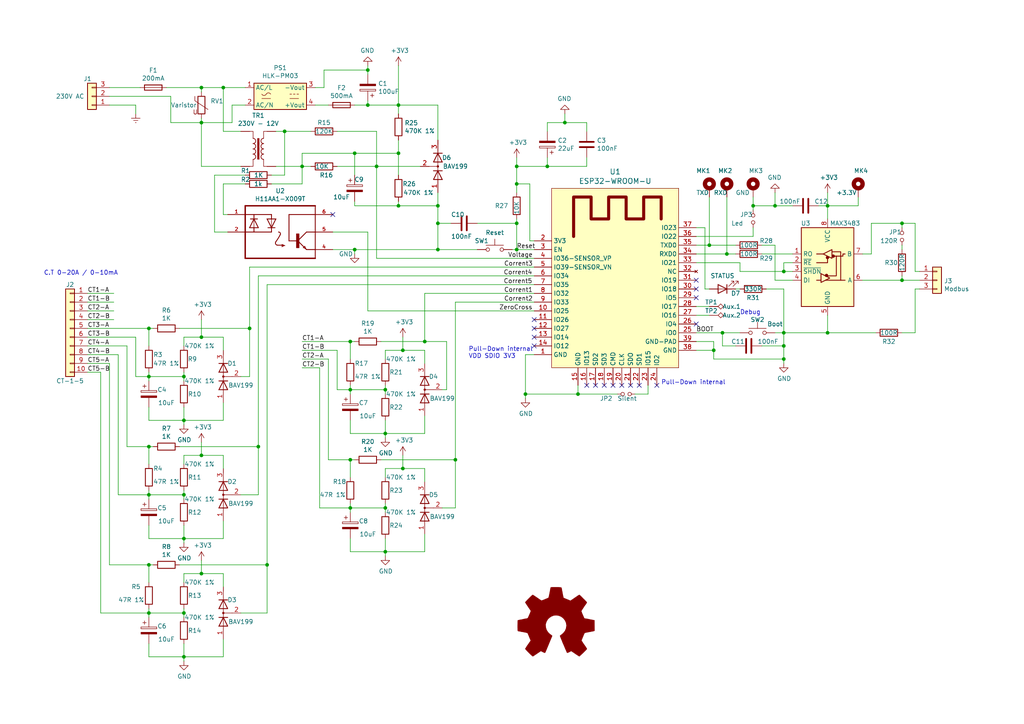
<source format=kicad_sch>
(kicad_sch (version 20200512) (host eeschema "(5.99.0-1678-g980aefea4-dirty)")

  (page 1 1)

  (paper "A4")

  (title_block
    (title "Monitor consumo red electrica")
    (date "2020-06-13")
    (rev "0.0.2")
    (company "Radioelf")
  )

  (lib_symbols
    (symbol "Connector_Generic:Conn_01x03" (pin_names hide)
      (property "Reference" "J" (id 0) (at 0 5.08 0))
      (property "Value" "Conn_01x03" (id 1) (at 0 -5.08 0))
      (property "Footprint" "" (id 2) (at 0 0 0)
        (effects (font (size 1.27 1.27)) hide)
      )
      (property "Datasheet" "" (id 3) (at 0 0 0)
        (effects (font (size 1.27 1.27)) hide)
      )
      (property "ki_keywords" "connector" (id 4) (at 0 0 0)
        (effects (font (size 1.27 1.27)) hide)
      )
      (property "ki_description" "Generic connector, single row, 01x03, script generated (kicad-library-utils/schlib/autogen/connector/)" (id 5) (at 0 0 0)
        (effects (font (size 1.27 1.27)) hide)
      )
      (property "ki_fp_filters" "Connector*:*_1x??_*" (id 6) (at 0 0 0)
        (effects (font (size 1.27 1.27)) hide)
      )
      (symbol "Conn_01x03_1_1"
        (rectangle (start -1.27 -2.413) (end 0 -2.667))
        (rectangle (start -1.27 2.667) (end 0 2.413))
        (rectangle (start -1.27 3.81) (end 1.27 -3.81) (stroke (width 0.254)) (fill (type background)))
        (rectangle (start -1.27 0.127) (end 0 -0.127))
        (pin passive line (at -5.08 2.54 0) (length 3.81) (name "Pin_1") (number "1"))
        (pin passive line (at -5.08 0 0) (length 3.81) (name "Pin_2") (number "2"))
        (pin passive line (at -5.08 -2.54 0) (length 3.81) (name "Pin_3") (number "3"))
      )
    )
    (symbol "Connector_Generic:Conn_01x10" (pin_names hide)
      (property "Reference" "J" (id 0) (at 0 12.7 0))
      (property "Value" "Conn_01x10" (id 1) (at 0 -15.24 0))
      (property "Footprint" "" (id 2) (at 0 0 0)
        (effects (font (size 1.27 1.27)) hide)
      )
      (property "Datasheet" "" (id 3) (at 0 0 0)
        (effects (font (size 1.27 1.27)) hide)
      )
      (property "ki_keywords" "connector" (id 4) (at 0 0 0)
        (effects (font (size 1.27 1.27)) hide)
      )
      (property "ki_description" "Generic connector, single row, 01x10, script generated (kicad-library-utils/schlib/autogen/connector/)" (id 5) (at 0 0 0)
        (effects (font (size 1.27 1.27)) hide)
      )
      (property "ki_fp_filters" "Connector*:*_1x??_*" (id 6) (at 0 0 0)
        (effects (font (size 1.27 1.27)) hide)
      )
      (symbol "Conn_01x10_1_1"
        (rectangle (start -1.27 -4.953) (end 0 -5.207))
        (rectangle (start -1.27 -7.493) (end 0 -7.747))
        (rectangle (start -1.27 -10.033) (end 0 -10.287))
        (rectangle (start -1.27 -12.573) (end 0 -12.827))
        (rectangle (start -1.27 -2.413) (end 0 -2.667))
        (rectangle (start -1.27 2.667) (end 0 2.413))
        (rectangle (start -1.27 5.207) (end 0 4.953))
        (rectangle (start -1.27 7.747) (end 0 7.493))
        (rectangle (start -1.27 10.287) (end 0 10.033))
        (rectangle (start -1.27 11.43) (end 1.27 -13.97) (stroke (width 0.254)) (fill (type background)))
        (rectangle (start -1.27 0.127) (end 0 -0.127))
        (pin passive line (at -5.08 10.16 0) (length 3.81) (name "Pin_1") (number "1"))
        (pin passive line (at -5.08 -12.7 0) (length 3.81) (name "Pin_10") (number "10"))
        (pin passive line (at -5.08 7.62 0) (length 3.81) (name "Pin_2") (number "2"))
        (pin passive line (at -5.08 5.08 0) (length 3.81) (name "Pin_3") (number "3"))
        (pin passive line (at -5.08 2.54 0) (length 3.81) (name "Pin_4") (number "4"))
        (pin passive line (at -5.08 0 0) (length 3.81) (name "Pin_5") (number "5"))
        (pin passive line (at -5.08 -2.54 0) (length 3.81) (name "Pin_6") (number "6"))
        (pin passive line (at -5.08 -5.08 0) (length 3.81) (name "Pin_7") (number "7"))
        (pin passive line (at -5.08 -7.62 0) (length 3.81) (name "Pin_8") (number "8"))
        (pin passive line (at -5.08 -10.16 0) (length 3.81) (name "Pin_9") (number "9"))
      )
    )
    (symbol "Device:C" (pin_numbers hide) (pin_names (offset 0.254))
      (property "Reference" "C" (id 0) (at 0.635 2.54 0)
        (effects (font (size 1.27 1.27)) (justify left))
      )
      (property "Value" "C" (id 1) (at 0.635 -2.54 0)
        (effects (font (size 1.27 1.27)) (justify left))
      )
      (property "Footprint" "" (id 2) (at 0.9652 -3.81 0)
        (effects (font (size 1.27 1.27)) hide)
      )
      (property "Datasheet" "" (id 3) (at 0 0 0)
        (effects (font (size 1.27 1.27)) hide)
      )
      (property "ki_keywords" "cap capacitor" (id 4) (at 0 0 0)
        (effects (font (size 1.27 1.27)) hide)
      )
      (property "ki_description" "Unpolarized capacitor" (id 5) (at 0 0 0)
        (effects (font (size 1.27 1.27)) hide)
      )
      (property "ki_fp_filters" "C_*" (id 6) (at 0 0 0)
        (effects (font (size 1.27 1.27)) hide)
      )
      (symbol "C_0_1"
        (polyline
          (pts (xy -2.032 -0.762) (xy 2.032 -0.762))
          (stroke (width 0.508))
        )
        (polyline
          (pts (xy -2.032 0.762) (xy 2.032 0.762))
          (stroke (width 0.508))
        )
      )
      (symbol "C_1_1"
        (pin passive line (at 0 3.81 270) (length 2.794) (name "~") (number "1"))
        (pin passive line (at 0 -3.81 90) (length 2.794) (name "~") (number "2"))
      )
    )
    (symbol "Device:CP" (pin_numbers hide) (pin_names (offset 0.254))
      (property "Reference" "C" (id 0) (at 0.635 2.54 0)
        (effects (font (size 1.27 1.27)) (justify left))
      )
      (property "Value" "CP" (id 1) (at 0.635 -2.54 0)
        (effects (font (size 1.27 1.27)) (justify left))
      )
      (property "Footprint" "" (id 2) (at 0.9652 -3.81 0)
        (effects (font (size 1.27 1.27)) hide)
      )
      (property "Datasheet" "" (id 3) (at 0 0 0)
        (effects (font (size 1.27 1.27)) hide)
      )
      (property "ki_keywords" "cap capacitor" (id 4) (at 0 0 0)
        (effects (font (size 1.27 1.27)) hide)
      )
      (property "ki_description" "Polarized capacitor" (id 5) (at 0 0 0)
        (effects (font (size 1.27 1.27)) hide)
      )
      (property "ki_fp_filters" "CP_*" (id 6) (at 0 0 0)
        (effects (font (size 1.27 1.27)) hide)
      )
      (symbol "CP_0_1"
        (rectangle (start -2.286 0.508) (end 2.286 1.016))
        (rectangle (start 2.286 -0.508) (end -2.286 -1.016)(fill (type outline)))
        (polyline
          (pts (xy -1.778 2.286) (xy -0.762 2.286))
        )
        (polyline
          (pts (xy -1.27 2.794) (xy -1.27 1.778))
        )
      )
      (symbol "CP_1_1"
        (pin passive line (at 0 3.81 270) (length 2.794) (name "~") (number "1"))
        (pin passive line (at 0 -3.81 90) (length 2.794) (name "~") (number "2"))
      )
    )
    (symbol "Device:D_x2_Serial_ACK" (pin_names (offset 0.762) hide)
      (property "Reference" "D" (id 0) (at 1.27 -2.54 0))
      (property "Value" "D_x2_Serial_ACK" (id 1) (at 0 2.54 0))
      (property "Footprint" "" (id 2) (at 0 0 0)
        (effects (font (size 1.27 1.27)) hide)
      )
      (property "Datasheet" "" (id 3) (at 0 0 0)
        (effects (font (size 1.27 1.27)) hide)
      )
      (property "ki_keywords" "diode" (id 4) (at 0 0 0)
        (effects (font (size 1.27 1.27)) hide)
      )
      (property "ki_description" "Dual diode, anode/center/cathode" (id 5) (at 0 0 0)
        (effects (font (size 1.27 1.27)) hide)
      )
      (symbol "D_x2_Serial_ACK_0_1"
        (circle (center 0 0) (radius 0.254) (fill (type outline)))
        (polyline
          (pts (xy 0 0) (xy 0 -2.54))
        )
        (polyline
          (pts (xy 3.81 0) (xy -3.81 0))
        )
        (polyline
          (pts (xy 6.35 0) (xy 7.62 0))
        )
        (polyline
          (pts (xy -1.27 -1.27) (xy -1.27 1.27) (xy -1.27 1.27))
          (stroke (width 0.254))
        )
        (polyline
          (pts (xy 3.81 1.27) (xy 3.81 -1.27) (xy 3.81 -1.27))
          (stroke (width 0.254))
        )
        (polyline
          (pts (xy -3.81 1.27) (xy -1.27 0) (xy -3.81 -1.27) (xy -3.81 1.27)
               (xy -3.81 1.27) (xy -3.81 1.27)
          )
          (stroke (width 0.254))
        )
        (polyline
          (pts (xy 1.27 1.27) (xy 3.81 0) (xy 1.27 -1.27) (xy 1.27 1.27)
               (xy 1.27 1.27) (xy 1.27 1.27)
          )
          (stroke (width 0.254))
        )
        (pin passive line (at -7.62 0 0) (length 3.81) (name "A") (number "1"))
        (pin passive line (at 0 -5.08 90) (length 2.54) (name "common") (number "2"))
        (pin passive line (at 7.62 0 180) (length 3.81) (name "K") (number "3"))
      )
    )
    (symbol "Device:Fuse" (pin_numbers hide) (pin_names (offset 0))
      (property "Reference" "F" (id 0) (at 2.032 0 90))
      (property "Value" "Fuse" (id 1) (at -1.905 0 90))
      (property "Footprint" "" (id 2) (at -1.778 0 90)
        (effects (font (size 1.27 1.27)) hide)
      )
      (property "Datasheet" "" (id 3) (at 0 0 0)
        (effects (font (size 1.27 1.27)) hide)
      )
      (property "ki_keywords" "fuse" (id 4) (at 0 0 0)
        (effects (font (size 1.27 1.27)) hide)
      )
      (property "ki_description" "Fuse" (id 5) (at 0 0 0)
        (effects (font (size 1.27 1.27)) hide)
      )
      (property "ki_fp_filters" "*Fuse*" (id 6) (at 0 0 0)
        (effects (font (size 1.27 1.27)) hide)
      )
      (symbol "Fuse_0_1"
        (rectangle (start -0.762 -2.54) (end 0.762 2.54) (stroke (width 0.254)))
        (polyline
          (pts (xy 0 2.54) (xy 0 -2.54))
        )
      )
      (symbol "Fuse_1_1"
        (pin passive line (at 0 3.81 270) (length 1.27) (name "~") (number "1"))
        (pin passive line (at 0 -3.81 90) (length 1.27) (name "~") (number "2"))
      )
    )
    (symbol "Device:Jumper_NO_Small" (pin_numbers hide) (pin_names (offset 0.762) hide)
      (property "Reference" "JP" (id 0) (at 0 2.032 0))
      (property "Value" "Jumper_NO_Small" (id 1) (at 0.254 -1.524 0))
      (property "Footprint" "" (id 2) (at 0 0 0)
        (effects (font (size 1.27 1.27)) hide)
      )
      (property "Datasheet" "" (id 3) (at 0 0 0)
        (effects (font (size 1.27 1.27)) hide)
      )
      (property "ki_keywords" "jumper link bridge NO" (id 4) (at 0 0 0)
        (effects (font (size 1.27 1.27)) hide)
      )
      (property "ki_description" "Jumper, normally open, small symbol" (id 5) (at 0 0 0)
        (effects (font (size 1.27 1.27)) hide)
      )
      (property "ki_fp_filters" "SolderJumper*Open*\nJumper*\nTestPoint*2Pads*\nTestPoint*Bridge*" (id 6) (at 0 0 0)
        (effects (font (size 1.27 1.27)) hide)
      )
      (symbol "Jumper_NO_Small_0_1"
        (circle (center -1.016 0) (radius 0.508))
        (circle (center 1.016 0) (radius 0.508))
        (pin passive line (at -2.54 0 0) (length 1.016) (name "1") (number "1"))
        (pin passive line (at 2.54 0 180) (length 1.016) (name "2") (number "2"))
      )
    )
    (symbol "Device:LED" (pin_numbers hide) (pin_names hide)
      (property "Reference" "D" (id 0) (at 0 2.54 0))
      (property "Value" "LED" (id 1) (at 0 -2.54 0))
      (property "Footprint" "" (id 2) (at 0 0 0)
        (effects (font (size 1.27 1.27)) hide)
      )
      (property "Datasheet" "" (id 3) (at 0 0 0)
        (effects (font (size 1.27 1.27)) hide)
      )
      (property "ki_keywords" "LED diode" (id 4) (at 0 0 0)
        (effects (font (size 1.27 1.27)) hide)
      )
      (property "ki_description" "Light emitting diode" (id 5) (at 0 0 0)
        (effects (font (size 1.27 1.27)) hide)
      )
      (property "ki_fp_filters" "LED*\nLED_SMD:*\nLED_THT:*" (id 6) (at 0 0 0)
        (effects (font (size 1.27 1.27)) hide)
      )
      (symbol "LED_0_1"
        (polyline
          (pts (xy -1.27 -1.27) (xy -1.27 1.27))
          (stroke (width 0.254))
        )
        (polyline
          (pts (xy -1.27 0) (xy 1.27 0))
        )
        (polyline
          (pts (xy 1.27 -1.27) (xy 1.27 1.27) (xy -1.27 0) (xy 1.27 -1.27))
          (stroke (width 0.254))
        )
        (polyline
          (pts (xy -3.048 -0.762) (xy -4.572 -2.286) (xy -3.81 -2.286) (xy -4.572 -2.286)
               (xy -4.572 -1.524)
          )
        )
        (polyline
          (pts (xy -1.778 -0.762) (xy -3.302 -2.286) (xy -2.54 -2.286) (xy -3.302 -2.286)
               (xy -3.302 -1.524)
          )
        )
      )
      (symbol "LED_1_1"
        (pin passive line (at -3.81 0 0) (length 2.54) (name "K") (number "1"))
        (pin passive line (at 3.81 0 180) (length 2.54) (name "A") (number "2"))
      )
    )
    (symbol "Device:R" (pin_numbers hide) (pin_names (offset 0))
      (property "Reference" "R" (id 0) (at 2.032 0 90))
      (property "Value" "R" (id 1) (at 0 0 90))
      (property "Footprint" "" (id 2) (at -1.778 0 90)
        (effects (font (size 1.27 1.27)) hide)
      )
      (property "Datasheet" "" (id 3) (at 0 0 0)
        (effects (font (size 1.27 1.27)) hide)
      )
      (property "ki_keywords" "R res resistor" (id 4) (at 0 0 0)
        (effects (font (size 1.27 1.27)) hide)
      )
      (property "ki_description" "Resistor" (id 5) (at 0 0 0)
        (effects (font (size 1.27 1.27)) hide)
      )
      (property "ki_fp_filters" "R_*" (id 6) (at 0 0 0)
        (effects (font (size 1.27 1.27)) hide)
      )
      (symbol "R_0_1"
        (rectangle (start -1.016 -2.54) (end 1.016 2.54) (stroke (width 0.254)))
      )
      (symbol "R_1_1"
        (pin passive line (at 0 3.81 270) (length 1.27) (name "~") (number "1"))
        (pin passive line (at 0 -3.81 90) (length 1.27) (name "~") (number "2"))
      )
    )
    (symbol "Device:Varistor" (pin_numbers hide) (pin_names (offset 0))
      (property "Reference" "RV" (id 0) (at 3.175 0 90))
      (property "Value" "Varistor" (id 1) (at -3.175 0 90))
      (property "Footprint" "" (id 2) (at -1.778 0 90)
        (effects (font (size 1.27 1.27)) hide)
      )
      (property "Datasheet" "" (id 3) (at 0 0 0)
        (effects (font (size 1.27 1.27)) hide)
      )
      (property "ki_keywords" "VDR resistance" (id 4) (at 0 0 0)
        (effects (font (size 1.27 1.27)) hide)
      )
      (property "ki_description" "Voltage dependent resistor" (id 5) (at 0 0 0)
        (effects (font (size 1.27 1.27)) hide)
      )
      (property "ki_fp_filters" "RV_*\nVaristor*" (id 6) (at 0 0 0)
        (effects (font (size 1.27 1.27)) hide)
      )
      (symbol "Varistor_0_0"
        (text "U" (at -1.778 -2.032 0)
          (effects (font (size 1.27 1.27)))
        )
      )
      (symbol "Varistor_0_1"
        (rectangle (start -1.016 -2.54) (end 1.016 2.54) (stroke (width 0.254)))
        (polyline
          (pts (xy -1.905 2.54) (xy -1.905 1.27) (xy 1.905 -1.27))
        )
      )
      (symbol "Varistor_1_1"
        (pin passive line (at 0 3.81 270) (length 1.27) (name "~") (number "1"))
        (pin passive line (at 0 -3.81 90) (length 1.27) (name "~") (number "2"))
      )
    )
    (symbol "Graphic:Logo_Open_Hardware_Large"
      (property "Reference" "#LOGO" (id 0) (at 0 12.7 0)
        (effects (font (size 1.27 1.27)) hide)
      )
      (property "Value" "Logo_Open_Hardware_Large" (id 1) (at 0 -10.16 0)
        (effects (font (size 1.27 1.27)) hide)
      )
      (property "Footprint" "" (id 2) (at 0 0 0)
        (effects (font (size 1.27 1.27)) hide)
      )
      (property "Datasheet" "" (id 3) (at 0 0 0)
        (effects (font (size 1.27 1.27)) hide)
      )
      (property "ki_keywords" "Logo" (id 4) (at 0 0 0)
        (effects (font (size 1.27 1.27)) hide)
      )
      (property "ki_description" "Open Hardware logo, large" (id 5) (at 0 0 0)
        (effects (font (size 1.27 1.27)) hide)
      )
      (symbol "Logo_Open_Hardware_Large_1_1"
        (polyline
          (pts (xy 6.731 -8.7122) (xy 6.6294 -8.6614) (xy 6.35 -8.4836) (xy 5.9944 -8.255)
               (xy 5.5372 -7.9502) (xy 5.1054 -7.6454) (xy 4.7498 -7.4168) (xy 4.4958 -7.239)
               (xy 4.3942 -7.1882) (xy 4.318 -7.2136) (xy 4.1148 -7.3152) (xy 3.81 -7.4676)
               (xy 3.6322 -7.5692) (xy 3.3528 -7.6708) (xy 3.2258 -7.6962) (xy 3.2004 -7.6708)
               (xy 3.0988 -7.4676) (xy 2.9464 -7.0866) (xy 2.7178 -6.604) (xy 2.4892 -6.0452)
               (xy 2.2352 -5.4356) (xy 1.9558 -4.826) (xy 1.7272 -4.2164) (xy 1.4986 -3.683)
               (xy 1.3208 -3.2512) (xy 1.2192 -2.9464) (xy 1.1684 -2.8194) (xy 1.1938 -2.794)
               (xy 1.3208 -2.667) (xy 1.5748 -2.4892) (xy 2.0828 -2.0574) (xy 2.6162 -1.397)
               (xy 2.921 -0.6604) (xy 3.048 0.1524) (xy 2.9464 0.9144) (xy 2.6416 1.6256)
               (xy 2.1336 2.286) (xy 1.524 2.7686) (xy 0.8128 3.0734) (xy 0 3.175)
               (xy -0.762 3.0988) (xy -1.4986 2.794) (xy -2.159 2.286) (xy -2.4384 1.9812)
               (xy -2.8194 1.3208) (xy -3.048 0.6096) (xy -3.0734 0.4318) (xy -3.0226 -0.3556)
               (xy -2.794 -1.0922) (xy -2.3876 -1.7526) (xy -1.8288 -2.3114) (xy -1.7526 -2.3622)
               (xy -1.4732 -2.5654) (xy -1.2954 -2.6924) (xy -1.1684 -2.8194) (xy -2.159 -5.207)
               (xy -2.3114 -5.588) (xy -2.5908 -6.2484) (xy -2.8194 -6.8072) (xy -3.0226 -7.2644)
               (xy -3.1496 -7.5692) (xy -3.2258 -7.6708) (xy -3.2258 -7.6962) (xy -3.302 -7.6962)
               (xy -3.4798 -7.6454) (xy -3.8354 -7.4676) (xy -4.0386 -7.366) (xy -4.2926 -7.239)
               (xy -4.4196 -7.1882) (xy -4.5212 -7.239) (xy -4.7498 -7.3914) (xy -5.1054 -7.6454)
               (xy -5.5372 -7.9248) (xy -5.9436 -8.2042) (xy -6.3246 -8.4582) (xy -6.604 -8.636)
               (xy -6.731 -8.7122) (xy -6.7564 -8.7122) (xy -6.858 -8.636) (xy -7.0866 -8.4582)
               (xy -7.4168 -8.1534) (xy -7.874 -7.6962) (xy -7.9502 -7.62) (xy -8.3312 -7.239)
               (xy -8.636 -6.9088) (xy -8.8392 -6.6802) (xy -8.9154 -6.5786) (xy -8.9154 -6.5786)
               (xy -8.8392 -6.4516) (xy -8.6614 -6.1722) (xy -8.4328 -5.7912) (xy -8.128 -5.3594)
               (xy -7.3152 -4.191) (xy -7.7724 -3.0988) (xy -7.8994 -2.7686) (xy -8.0772 -2.3622)
               (xy -8.2042 -2.0828) (xy -8.255 -1.9558) (xy -8.382 -1.905) (xy -8.6614 -1.8542)
               (xy -9.0932 -1.7526) (xy -9.6266 -1.651) (xy -10.1092 -1.5748) (xy -10.541 -1.4732)
               (xy -10.8712 -1.4224) (xy -11.0236 -1.397) (xy -11.049 -1.3716) (xy -11.0744 -1.2954)
               (xy -11.0998 -1.143) (xy -11.0998 -0.889) (xy -11.1252 -0.4572) (xy -11.1252 0.1524)
               (xy -11.1252 0.2286) (xy -11.0998 0.8128) (xy -11.0998 1.27) (xy -11.0744 1.5494)
               (xy -11.0744 1.6764) (xy -11.0744 1.6764) (xy -10.922 1.7018) (xy -10.6172 1.778)
               (xy -10.16 1.8542) (xy -9.652 1.9558) (xy -9.6012 1.9812) (xy -9.0932 2.0828)
               (xy -8.636 2.159) (xy -8.3312 2.2352) (xy -8.2042 2.286) (xy -8.1788 2.3114)
               (xy -8.0772 2.5146) (xy -7.9248 2.8448) (xy -7.747 3.2512) (xy -7.5692 3.6576)
               (xy -7.4168 4.0386) (xy -7.3152 4.318) (xy -7.2898 4.445) (xy -7.2898 4.445)
               (xy -7.366 4.572) (xy -7.5438 4.826) (xy -7.7978 5.207) (xy -8.128 5.6642)
               (xy -8.128 5.6896) (xy -8.4328 6.1468) (xy -8.6868 6.5278) (xy -8.8392 6.7818)
               (xy -8.9154 6.9088) (xy -8.9154 6.9088) (xy -8.8138 7.0358) (xy -8.5852 7.2898)
               (xy -8.255 7.6454) (xy -7.874 8.0264) (xy -7.747 8.1534) (xy -7.3152 8.5852)
               (xy -7.0104 8.8646) (xy -6.8326 8.9916) (xy -6.731 9.0424) (xy -6.731 9.0424)
               (xy -6.604 8.9408) (xy -6.3246 8.763) (xy -5.9436 8.509) (xy -5.4864 8.2042)
               (xy -5.461 8.1788) (xy -5.0038 7.874) (xy -4.6482 7.62) (xy -4.3688 7.4422)
               (xy -4.2672 7.3914) (xy -4.2418 7.3914) (xy -4.064 7.4422) (xy -3.7338 7.5438)
               (xy -3.3528 7.6962) (xy -2.9464 7.874) (xy -2.5654 8.0264) (xy -2.286 8.1534)
               (xy -2.159 8.2296) (xy -2.159 8.2296) (xy -2.1082 8.382) (xy -2.032 8.7122)
               (xy -1.9304 9.1694) (xy -1.8288 9.7282) (xy -1.8034 9.8044) (xy -1.7018 10.3378)
               (xy -1.6256 10.7696) (xy -1.5748 11.0744) (xy -1.524 11.2014) (xy -1.4478 11.2268)
               (xy -1.1938 11.2522) (xy -0.8128 11.2522) (xy -0.3302 11.2522) (xy 0.1524 11.2522)
               (xy 0.6604 11.2522) (xy 1.0668 11.2268) (xy 1.3716 11.2014) (xy 1.4986 11.176)
               (xy 1.4986 11.176) (xy 1.5494 11.0236) (xy 1.6256 10.6934) (xy 1.7018 10.2108)
               (xy 1.8288 9.6774) (xy 1.8288 9.5758) (xy 1.9304 9.0424) (xy 2.032 8.6106)
               (xy 2.0828 8.3058) (xy 2.1336 8.2042) (xy 2.159 8.1788) (xy 2.3876 8.0772)
               (xy 2.7432 7.9248) (xy 3.175 7.747) (xy 4.191 7.3406) (xy 5.461 8.2042)
               (xy 5.5626 8.2804) (xy 6.0198 8.5852) (xy 6.3754 8.8392) (xy 6.6294 8.9916)
               (xy 6.7564 9.0424) (xy 6.7564 9.0424) (xy 6.8834 8.9408) (xy 7.1374 8.7122)
               (xy 7.4676 8.382) (xy 7.8486 7.9756) (xy 8.1534 7.6962) (xy 8.4836 7.3406)
               (xy 8.7122 7.112) (xy 8.8392 6.9596) (xy 8.8646 6.858) (xy 8.8646 6.8072)
               (xy 8.7884 6.6802) (xy 8.6106 6.4008) (xy 8.3312 6.0198) (xy 8.0264 5.588)
               (xy 7.7978 5.207) (xy 7.5184 4.8006) (xy 7.3406 4.4958) (xy 7.2898 4.3434)
               (xy 7.2898 4.2926) (xy 7.3914 4.0386) (xy 7.5184 3.683) (xy 7.7216 3.2258)
               (xy 8.1534 2.2352) (xy 8.7884 2.1082) (xy 9.1948 2.0574) (xy 9.7536 1.9304)
               (xy 10.2616 1.8288) (xy 11.0998 1.6764) (xy 11.1252 -1.3208) (xy 10.9982 -1.3716)
               (xy 10.8712 -1.397) (xy 10.5664 -1.4732) (xy 10.1346 -1.5494) (xy 9.6266 -1.651)
               (xy 9.1948 -1.7272) (xy 8.7376 -1.8288) (xy 8.4328 -1.8796) (xy 8.2804 -1.905)
               (xy 8.255 -1.9558) (xy 8.1534 -2.159) (xy 7.9756 -2.5146) (xy 7.8232 -2.921)
               (xy 7.6454 -3.3274) (xy 7.493 -3.7338) (xy 7.366 -4.0132) (xy 7.3406 -4.191)
               (xy 7.3914 -4.2926) (xy 7.5692 -4.5466) (xy 7.7978 -4.9276) (xy 8.1026 -5.3594)
               (xy 8.4074 -5.7912) (xy 8.6614 -6.1722) (xy 8.8138 -6.4262) (xy 8.89 -6.5532)
               (xy 8.8646 -6.6548) (xy 8.6868 -6.858) (xy 8.3566 -7.1882) (xy 7.874 -7.6708)
               (xy 7.7978 -7.747) (xy 7.3914 -8.128) (xy 7.0612 -8.4328) (xy 6.8326 -8.636)
               (xy 6.731 -8.7122)
          )
          (fill (type outline))
        )
      )
    )
    (symbol "Switch:SW_Push" (pin_numbers hide) (pin_names hide)
      (property "Reference" "SW" (id 0) (at 1.27 2.54 0)
        (effects (font (size 1.27 1.27)) (justify left))
      )
      (property "Value" "SW_Push" (id 1) (at 0 -1.524 0))
      (property "Footprint" "" (id 2) (at 0 5.08 0)
        (effects (font (size 1.27 1.27)) hide)
      )
      (property "Datasheet" "" (id 3) (at 0 5.08 0)
        (effects (font (size 1.27 1.27)) hide)
      )
      (property "ki_keywords" "switch normally-open pushbutton push-button" (id 4) (at 0 0 0)
        (effects (font (size 1.27 1.27)) hide)
      )
      (property "ki_description" "Push button switch, generic, two pins" (id 5) (at 0 0 0)
        (effects (font (size 1.27 1.27)) hide)
      )
      (symbol "SW_Push_0_1"
        (circle (center -2.032 0) (radius 0.508))
        (circle (center 2.032 0) (radius 0.508))
        (polyline
          (pts (xy 0 1.27) (xy 0 3.048))
        )
        (polyline
          (pts (xy 2.54 1.27) (xy -2.54 1.27))
        )
        (pin passive line (at -5.08 0 0) (length 2.54) (name "1") (number "1"))
        (pin passive line (at 5.08 0 180) (length 2.54) (name "2") (number "2"))
      )
    )
    (symbol "monitor_ESP32-rescue:ESP32-WROOM-ESP32-footprints-Shem-Lib"
      (property "Reference" "U" (id 0) (at -17.78 31.75 0)
        (effects (font (size 1.524 1.524)))
      )
      (property "Value" "ESP32-WROOM-ESP32-footprints-Shem-Lib" (id 1) (at 12.7 31.75 0)
        (effects (font (size 1.524 1.524)))
      )
      (property "Footprint" "ESP32-footprints-Lib:ESP32-WROOM" (id 2) (at 8.89 34.29 0)
        (effects (font (size 1.524 1.524)) hide)
      )
      (property "Datasheet" "" (id 3) (at -11.43 11.43 0)
        (effects (font (size 1.524 1.524)) hide)
      )
      (symbol "ESP32-WROOM-ESP32-footprints-Shem-Lib_0_1"
        (rectangle (start -19.05 30.48) (end 17.78 -21.59)(fill (type background)))
        (polyline
          (pts (xy -12.7 16.51) (xy -12.7 27.94) (xy -7.62 27.94) (xy -7.62 21.59)
               (xy -2.54 21.59) (xy -2.54 27.94) (xy 2.54 27.94) (xy 2.54 21.59)
               (xy 7.62 21.59) (xy 7.62 27.94) (xy 12.7 27.94) (xy 12.7 21.59)
          )
          (stroke (width 0.889))
        )
      )
      (symbol "ESP32-WROOM-ESP32-footprints-Shem-Lib_1_1"
        (pin power_out line (at -24.13 -17.78 0) (length 5.08) (name "GND") (number "1"))
        (pin bidirectional line (at -24.13 -5.08 0) (length 5.08) (name "IO25") (number "10"))
        (pin bidirectional line (at -24.13 -7.62 0) (length 5.08) (name "IO26") (number "11"))
        (pin bidirectional line (at -24.13 -10.16 0) (length 5.08) (name "IO27") (number "12"))
        (pin bidirectional line (at -24.13 -12.7 0) (length 5.08) (name "IO14") (number "13"))
        (pin bidirectional line (at -24.13 -15.24 0) (length 5.08) (name "IO12") (number "14"))
        (pin power_in line (at -11.43 -26.67 90) (length 5.08) (name "GND") (number "15"))
        (pin bidirectional line (at -8.89 -26.67 90) (length 5.08) (name "IO13") (number "16"))
        (pin bidirectional line (at -6.35 -26.67 90) (length 5.08) (name "SD2") (number "17"))
        (pin bidirectional line (at -3.81 -26.67 90) (length 5.08) (name "SD3") (number "18"))
        (pin bidirectional line (at -1.27 -26.67 90) (length 5.08) (name "CMD") (number "19"))
        (pin power_in line (at -24.13 15.24 0) (length 5.08) (name "3V3") (number "2"))
        (pin input line (at 1.27 -26.67 90) (length 5.08) (name "CLK") (number "20"))
        (pin bidirectional line (at 3.81 -26.67 90) (length 5.08) (name "SDO") (number "21"))
        (pin bidirectional line (at 6.35 -26.67 90) (length 5.08) (name "SD1") (number "22"))
        (pin bidirectional line (at 8.89 -26.67 90) (length 5.08) (name "IO15") (number "23"))
        (pin bidirectional line (at 11.43 -26.67 90) (length 5.08) (name "IO2") (number "24"))
        (pin bidirectional line (at 22.86 -11.43 180) (length 5.08) (name "IO0") (number "25"))
        (pin input line (at 22.86 -8.89 180) (length 5.08) (name "IO4") (number "26"))
        (pin bidirectional line (at 22.86 -6.35 180) (length 5.08) (name "IO16") (number "27"))
        (pin bidirectional line (at 22.86 -3.81 180) (length 5.08) (name "IO17") (number "28"))
        (pin bidirectional line (at 22.86 -1.27 180) (length 5.08) (name "IO5") (number "29"))
        (pin input line (at -24.13 12.7 0) (length 5.08) (name "EN") (number "3"))
        (pin input line (at 22.86 1.27 180) (length 5.08) (name "IO18") (number "30"))
        (pin bidirectional line (at 22.86 3.81 180) (length 5.08) (name "IO19") (number "31"))
        (pin unconnected line (at 22.86 6.35 180) (length 5.08) (name "NC") (number "32"))
        (pin bidirectional line (at 22.86 8.89 180) (length 5.08) (name "IO21") (number "33"))
        (pin bidirectional line (at 22.86 11.43 180) (length 5.08) (name "RXD0") (number "34"))
        (pin bidirectional line (at 22.86 13.97 180) (length 5.08) (name "TXD0") (number "35"))
        (pin bidirectional line (at 22.86 16.51 180) (length 5.08) (name "IO22") (number "36"))
        (pin bidirectional line (at 22.86 19.05 180) (length 5.08) (name "IO23") (number "37"))
        (pin power_in line (at 22.86 -16.51 180) (length 5.08) (name "GND") (number "38"))
        (pin power_in line (at 22.86 -13.97 180) (length 5.08) (name "GND-PAD") (number "39"))
        (pin input line (at -24.13 10.16 0) (length 5.08) (name "IO36-SENSOR_VP") (number "4"))
        (pin input line (at -24.13 7.62 0) (length 5.08) (name "IO39-SENSOR_VN") (number "5"))
        (pin bidirectional line (at -24.13 5.08 0) (length 5.08) (name "IO34") (number "6"))
        (pin bidirectional line (at -24.13 2.54 0) (length 5.08) (name "IO35") (number "7"))
        (pin bidirectional line (at -24.13 0 0) (length 5.08) (name "IO32") (number "8"))
        (pin bidirectional line (at -24.13 -2.54 0) (length 5.08) (name "IO33") (number "9"))
      )
    )
    (symbol "monitor_ESP32-rescue:H11AA1-X009T-H11AA1-X009T" (pin_names hide)
      (property "Reference" "U" (id 0) (at -5.08 8.128 0)
        (effects (font (size 1.27 1.27)) (justify left bottom))
      )
      (property "Value" "H11AA1-X009T-H11AA1-X009T" (id 1) (at -5.08 -10.16 0)
        (effects (font (size 1.27 1.27)) (justify left bottom))
      )
      (property "Footprint" "SOIC254P1005X390-6N" (id 2) (at 0 0 0)
        (effects (font (size 1.27 1.27)) (justify left bottom) hide)
      )
      (property "Datasheet" "" (id 3) (at 0 0 0)
        (effects (font (size 1.27 1.27)) (justify left bottom) hide)
      )
      (property "Field4" "Unavailable" (id 4) (at 0 0 0)
        (effects (font (size 1.27 1.27)) (justify left bottom) hide)
      )
      (property "Field5" "Optocoupler AC-IN 1-CH Transistor With Base DC-OUT 6-Pin PDIP SMD T/R" (id 5) (at 0 0 0)
        (effects (font (size 1.27 1.27)) (justify left bottom) hide)
      )
      (property "Field6" "SMD-6 Vishay" (id 6) (at 0 0 0)
        (effects (font (size 1.27 1.27)) (justify left bottom) hide)
      )
      (property "Field7" "Vishay Semiconductor" (id 7) (at 0 0 0)
        (effects (font (size 1.27 1.27)) (justify left bottom) hide)
      )
      (property "Field8" "None" (id 8) (at 0 0 0)
        (effects (font (size 1.27 1.27)) (justify left bottom) hide)
      )
      (property "ki_locked" "" (id 9) (at 0 0 0))
      (symbol "H11AA1-X009T-H11AA1-X009T_0_0"
        (arc (start 0 -0.762) (end -1.27 -2.794) (radius (at -12.573 5.6896) (length 14.1224) (angles 37 27))
          (stroke (width 0.254))
        )
        (arc (start -1.27 -2.794) (end -0.762 -3.81) (radius (at -0.762 -3.175) (length 0.635) (angles 90 -143))
          (stroke (width 0.254))
        )
        (arc (start -0.508 0) (end 0 -0.762) (radius (at -0.4572 -0.5334) (length 0.5334) (angles 27 -95))
          (stroke (width 0.254))
        )
        (rectangle (start 4.699 -4.572) (end 5.461 -0.508)(fill (type outline)))
        (polyline
          (pts (xy -10.16 -7.62) (xy -10.16 0))
          (stroke (width 0.4064))
        )
        (polyline
          (pts (xy -10.16 0) (xy -10.16 5.08))
          (stroke (width 0.4064))
        )
        (polyline
          (pts (xy -10.16 5.08) (xy -10.16 7.62))
          (stroke (width 0.4064))
        )
        (polyline
          (pts (xy -10.16 5.08) (xy -2.54 5.08))
          (stroke (width 0.254))
        )
        (polyline
          (pts (xy -10.16 7.62) (xy 10.16 7.62))
          (stroke (width 0.4064))
        )
        (polyline
          (pts (xy -8.89 1.27) (xy -7.62 1.27))
          (stroke (width 0.254))
        )
        (polyline
          (pts (xy -8.89 1.27) (xy -7.62 3.81))
          (stroke (width 0.254))
        )
        (polyline
          (pts (xy -8.636 3.81) (xy -7.62 3.81))
          (stroke (width 0.254))
        )
        (polyline
          (pts (xy -7.62 1.27) (xy -7.62 0))
          (stroke (width 0.254))
        )
        (polyline
          (pts (xy -7.62 1.27) (xy -7.62 3.81))
        )
        (polyline
          (pts (xy -7.62 1.27) (xy -6.35 1.27))
          (stroke (width 0.254))
        )
        (polyline
          (pts (xy -7.62 3.81) (xy -7.62 5.08))
          (stroke (width 0.254))
        )
        (polyline
          (pts (xy -7.62 3.81) (xy -6.604 3.81))
          (stroke (width 0.254))
        )
        (polyline
          (pts (xy -7.62 3.81) (xy -6.35 1.27))
          (stroke (width 0.254))
        )
        (polyline
          (pts (xy -2.54 0) (xy -10.16 0))
          (stroke (width 0.254))
        )
        (polyline
          (pts (xy -2.54 1.27) (xy -3.81 3.81))
          (stroke (width 0.254))
        )
        (polyline
          (pts (xy -2.54 1.27) (xy -3.556 1.27))
          (stroke (width 0.254))
        )
        (polyline
          (pts (xy -2.54 1.27) (xy -2.54 0))
          (stroke (width 0.254))
        )
        (polyline
          (pts (xy -2.54 3.81) (xy -3.81 3.81))
          (stroke (width 0.254))
        )
        (polyline
          (pts (xy -2.54 3.81) (xy -2.54 1.27))
        )
        (polyline
          (pts (xy -2.54 3.81) (xy -2.54 5.08))
          (stroke (width 0.254))
        )
        (polyline
          (pts (xy -1.524 1.27) (xy -2.54 1.27))
          (stroke (width 0.254))
        )
        (polyline
          (pts (xy -1.27 3.81) (xy -2.54 1.27))
          (stroke (width 0.254))
        )
        (polyline
          (pts (xy -1.27 3.81) (xy -2.54 3.81))
          (stroke (width 0.254))
        )
        (polyline
          (pts (xy 0.508 -3.81) (xy -0.762 -3.81))
          (stroke (width 0.254))
        )
        (polyline
          (pts (xy 2.54 -2.54) (xy 5.08 -2.54))
          (stroke (width 0.254))
        )
        (polyline
          (pts (xy 2.54 5.08) (xy 2.54 -2.54))
          (stroke (width 0.254))
        )
        (polyline
          (pts (xy 5.08 -2.54) (xy 7.62 -5.08))
          (stroke (width 0.254))
        )
        (polyline
          (pts (xy 7.62 0) (xy 5.08 -2.54))
          (stroke (width 0.254))
        )
        (polyline
          (pts (xy 10.16 -7.62) (xy -10.16 -7.62))
          (stroke (width 0.4064))
        )
        (polyline
          (pts (xy 10.16 -5.08) (xy 7.62 -5.08))
          (stroke (width 0.254))
        )
        (polyline
          (pts (xy 10.16 0) (xy 7.62 0))
          (stroke (width 0.254))
        )
        (polyline
          (pts (xy 10.16 5.08) (xy 2.54 5.08))
          (stroke (width 0.254))
        )
        (polyline
          (pts (xy 10.16 7.62) (xy 10.16 -7.62))
          (stroke (width 0.254))
        )
        (polyline
          (pts (xy 1.397 -3.937) (xy 0.508 -3.556) (xy 0.508 -4.318))
          (fill (type outline))
        )
        (polyline
          (pts (xy 7.493 -4.953) (xy 7.112 -4.064) (xy 6.604 -4.572))
          (fill (type outline))
        )
        (pin passive line (at -15.24 5.08 0) (length 5.08)
          (name "A/C" (effects (font (size 1.016 1.016))))
          (number "1" (effects (font (size 1.016 1.016))))
        )
        (pin passive line (at -15.24 0 0) (length 5.08)
          (name "C/A" (effects (font (size 1.016 1.016))))
          (number "2" (effects (font (size 1.016 1.016))))
        )
        (pin passive line (at 15.24 -5.08 180) (length 5.08)
          (name "E" (effects (font (size 1.016 1.016))))
          (number "4" (effects (font (size 1.016 1.016))))
        )
        (pin passive line (at 15.24 0 180) (length 5.08)
          (name "C" (effects (font (size 1.016 1.016))))
          (number "5" (effects (font (size 1.016 1.016))))
        )
        (pin passive line (at 15.24 5.08 180) (length 5.08)
          (name "B" (effects (font (size 1.016 1.016))))
          (number "6" (effects (font (size 1.016 1.016))))
        )
      )
    )
    (symbol "monitor_ESP32-rescue:HLK-PM01-Converter_ACDC"
      (property "Reference" "PS" (id 0) (at 0 5.08 0))
      (property "Value" "HLK-PM01-Converter_ACDC" (id 1) (at 0 -5.08 0))
      (property "Footprint" "Converter_ACDC:Converter_ACDC_Hahn_HLK-PM01xx" (id 2) (at 0 -7.62 0)
        (effects (font (size 1.27 1.27)) hide)
      )
      (property "Datasheet" "" (id 3) (at 0 -10.16 0)
        (effects (font (size 1.27 1.27)) hide)
      )
      (property "ki_fp_filters" "Converter*ACDC*Hahn*HS*400xx*" (id 4) (at 0 0 0)
        (effects (font (size 1.27 1.27)) hide)
      )
      (symbol "HLK-PM01-Converter_ACDC_0_1"
        (arc (start -5.334 0.635) (end -4.064 0.635) (radius (at -4.699 0.9652) (length 0.7112) (angles -152.5 -27.5)))
        (arc (start -2.794 0.635) (end -4.064 0.635) (radius (at -3.429 0.2794) (length 0.7366) (angles 29.2 150.8)))
        (rectangle (start -7.62 3.81) (end 7.62 -3.81) (stroke (width 0.254)) (fill (type background)))
        (polyline
          (pts (xy -5.334 -0.635) (xy -2.794 -0.635))
        )
        (polyline
          (pts (xy 2.794 -0.635) (xy 5.334 -0.635))
        )
        (polyline
          (pts (xy 2.794 0.635) (xy 3.302 0.635))
        )
        (polyline
          (pts (xy 3.81 0.635) (xy 4.318 0.635))
        )
        (polyline
          (pts (xy 4.826 0.635) (xy 5.334 0.635))
        )
      )
      (symbol "HLK-PM01-Converter_ACDC_1_1"
        (pin power_in line (at -10.16 2.54 0) (length 2.54) (name "AC/L") (number "1"))
        (pin power_in line (at -10.16 -2.54 0) (length 2.54) (name "AC/N") (number "2"))
        (pin power_out line (at 10.16 2.54 180) (length 2.54) (name "-Vout") (number "3"))
        (pin power_out line (at 10.16 -2.54 180) (length 2.54) (name "+Vout") (number "4"))
      )
    )
    (symbol "monitor_ESP32-rescue:MAX3483-Interface_UART"
      (property "Reference" "U" (id 0) (at -6.096 11.43 0))
      (property "Value" "MAX3483-Interface_UART" (id 1) (at 0.762 11.43 0)
        (effects (font (size 1.27 1.27)) (justify left))
      )
      (property "Footprint" "" (id 2) (at 0 -17.78 0)
        (effects (font (size 1.27 1.27)) hide)
      )
      (property "Datasheet" "" (id 3) (at 0 1.27 0)
        (effects (font (size 1.27 1.27)) hide)
      )
      (property "ki_fp_filters" "DIP*W7.62mm*\nSOIC*3.9x4.9mm*P1.27mm*" (id 4) (at 0 0 0)
        (effects (font (size 1.27 1.27)) hide)
      )
      (symbol "MAX3483-Interface_UART_0_1"
        (circle (center -0.3048 -3.683) (radius 0.3556) (stroke (width 0.254)) (fill (type outline)))
        (circle (center -0.0254 1.4986) (radius 0.3556) (stroke (width 0.254)) (fill (type outline)))
        (circle (center 1.651 1.905) (radius 0.3556) (stroke (width 0.254)) (fill (type outline)))
        (rectangle (start 1.27 3.175) (end 1.27 3.175))
        (rectangle (start -7.62 10.16) (end 7.62 -12.7) (stroke (width 0.254)) (fill (type background)))
        (polyline
          (pts (xy -3.175 -5.08) (xy -1.905 -5.08))
          (stroke (width 0.254))
        )
        (polyline
          (pts (xy -3.175 2.54) (xy -1.27 2.54))
          (stroke (width 0.254))
        )
        (polyline
          (pts (xy -0.635 -5.08) (xy 5.08 -5.08))
          (stroke (width 0.254))
        )
        (polyline
          (pts (xy 0 1.27) (xy 0 0) (xy -3.175 0))
          (stroke (width 0.254))
        )
        (polyline
          (pts (xy 1.27 3.175) (xy 3.81 3.175) (xy 3.81 -5.08))
          (stroke (width 0.254))
        )
        (polyline
          (pts (xy 2.54 1.905) (xy 2.54 -3.81) (xy 0 -3.81))
          (stroke (width 0.254))
        )
        (polyline
          (pts (xy -1.905 -3.175) (xy -1.905 -5.715) (xy 0.635 -4.445) (xy -1.905 -3.175))
          (stroke (width 0.254))
        )
        (polyline
          (pts (xy -1.27 2.54) (xy 1.27 3.81) (xy 1.27 1.27) (xy -1.27 2.54))
          (stroke (width 0.254))
        )
        (polyline
          (pts (xy 1.905 1.905) (xy 4.445 1.905) (xy 4.445 2.54) (xy 5.08 2.54))
          (stroke (width 0.254))
        )
      )
      (symbol "MAX3483-Interface_UART_1_1"
        (pin output line (at -10.16 2.54 0) (length 2.54) (name "RO") (number "1"))
        (pin input line (at -10.16 0 0) (length 2.54) (name "~RE") (number "2"))
        (pin input line (at -10.16 -2.54 0) (length 2.54) (name "~SHDN") (number "3"))
        (pin input line (at -10.16 -5.08 0) (length 2.54) (name "DI") (number "4"))
        (pin power_in line (at 0 -15.24 90) (length 2.54) (name "GND") (number "5"))
        (pin bidirectional line (at 10.16 -5.08 180) (length 2.54) (name "A") (number "6"))
        (pin bidirectional line (at 10.16 2.54 180) (length 2.54) (name "B") (number "7"))
        (pin power_in line (at 0 12.7 270) (length 2.54) (name "VCC") (number "8"))
      )
    )
    (symbol "monitor_ESP32-rescue:Mounting_Hole_PAD-Mechanical" (pin_numbers hide) (pin_names hide)
      (property "Reference" "MK" (id 0) (at 0 6.35 0))
      (property "Value" "Mounting_Hole_PAD-Mechanical" (id 1) (at 0 4.445 0))
      (property "Footprint" "" (id 2) (at 0 0 0)
        (effects (font (size 1.27 1.27)) hide)
      )
      (property "Datasheet" "" (id 3) (at 0 0 0)
        (effects (font (size 1.27 1.27)) hide)
      )
      (property "ki_fp_filters" "Mounting?Hole*\nHole*" (id 4) (at 0 0 0)
        (effects (font (size 1.27 1.27)) hide)
      )
      (symbol "Mounting_Hole_PAD-Mechanical_0_1"
        (circle (center 0 1.27) (radius 1.27) (stroke (width 1.27)))
      )
      (symbol "Mounting_Hole_PAD-Mechanical_1_1"
        (pin input line (at 0 -2.54 90) (length 2.54) (name "1") (number "1"))
      )
    )
    (symbol "monitor_ESP32-rescue:TRANSF_BV-202-0159-Transformer" (pin_numbers hide) (pin_names (offset 0))
      (property "Reference" "TR" (id 0) (at 0 6.35 0))
      (property "Value" "TRANSF_BV-202-0159-Transformer" (id 1) (at 0 -6.35 0))
      (property "Footprint" "" (id 2) (at 0 0 0)
        (effects (font (size 1.27 1.27)) hide)
      )
      (property "Datasheet" "" (id 3) (at 0 0 0)
        (effects (font (size 1.27 1.27)) hide)
      )
      (symbol "TRANSF_BV-202-0159-Transformer_0_1"
        (arc (start -1.524 -3.048) (end -1.524 -1.524) (radius (at -1.524 -2.286) (length 0.762) (angles -89.9 89.9))
          (stroke (width 0.2032))
        )
        (arc (start -1.524 -1.524) (end -1.524 0) (radius (at -1.524 -0.762) (length 0.762) (angles -89.9 89.9))
          (stroke (width 0.2032))
        )
        (arc (start -1.524 0) (end -1.524 1.524) (radius (at -1.524 0.762) (length 0.762) (angles -89.9 89.9))
          (stroke (width 0.2032))
        )
        (arc (start -1.524 1.524) (end -1.524 3.048) (radius (at -1.524 2.286) (length 0.762) (angles -89.9 89.9))
          (stroke (width 0.2032))
        )
        (arc (start 1.524 -1.524) (end 1.524 -3.048) (radius (at 1.524 -2.286) (length 0.762) (angles 90.1 -90.1))
          (stroke (width 0.2032))
        )
        (arc (start 1.524 0) (end 1.524 -1.524) (radius (at 1.524 -0.762) (length 0.762) (angles 90.1 -90.1))
          (stroke (width 0.2032))
        )
        (arc (start 1.524 1.524) (end 1.524 0) (radius (at 1.524 0.762) (length 0.762) (angles 90.1 -90.1))
          (stroke (width 0.2032))
        )
        (arc (start 1.524 3.048) (end 1.524 1.524) (radius (at 1.524 2.286) (length 0.762) (angles 90.1 -90.1))
          (stroke (width 0.2032))
        )
        (rectangle (start -0.254 3.048) (end 0.254 -3.048) (stroke (width 0.0254)) (fill (type outline)))
        (polyline
          (pts (xy -2.54 5.08) (xy -1.524 5.08) (xy -1.524 3.048) (xy -1.524 3.048))
        )
        (polyline
          (pts (xy -1.524 -3.048) (xy -1.524 -5.08) (xy -2.54 -5.08) (xy -2.54 -5.08))
        )
        (polyline
          (pts (xy 1.524 3.048) (xy 1.524 5.08) (xy 2.54 5.08) (xy 2.54 5.08))
        )
        (polyline
          (pts (xy 2.54 -5.08) (xy 1.524 -5.08) (xy 1.524 -3.048) (xy 1.524 -3.048))
        )
      )
      (symbol "TRANSF_BV-202-0159-Transformer_1_1"
        (pin passive line (at -5.08 5.08 0) (length 2.54) (name "~") (number "1"))
        (pin passive line (at -5.08 -5.08 0) (length 2.54) (name "~") (number "4"))
        (pin passive line (at 5.08 -5.08 180) (length 2.54) (name "~") (number "6"))
        (pin passive line (at 5.08 5.08 180) (length 2.54) (name "~") (number "7"))
      )
    )
    (symbol "monitor_ESP32-rescue:Test_Point_ALT-Connector_Specialized" (pin_numbers hide) (pin_names (offset 0.762) hide)
      (property "Reference" "TP" (id 0) (at 0 6.858 0))
      (property "Value" "Test_Point_ALT-Connector_Specialized" (id 1) (at 0 5.08 0))
      (property "Footprint" "" (id 2) (at 5.08 0 0)
        (effects (font (size 1.27 1.27)) hide)
      )
      (property "Datasheet" "" (id 3) (at 5.08 0 0)
        (effects (font (size 1.27 1.27)) hide)
      )
      (property "ki_fp_filters" "Pin*\nTest*" (id 4) (at 0 0 0)
        (effects (font (size 1.27 1.27)) hide)
      )
      (symbol "Test_Point_ALT-Connector_Specialized_0_1"
        (polyline
          (pts (xy 0 2.54) (xy -0.762 3.302) (xy 0 4.064) (xy 0.762 3.302)
               (xy 0 2.54)
          )
        )
      )
      (symbol "Test_Point_ALT-Connector_Specialized_1_1"
        (pin passive line (at 0 0 90) (length 2.54) (name "1") (number "1"))
      )
    )
    (symbol "power:+3.3V" (power) (pin_names (offset 0))
      (property "Reference" "#PWR" (id 0) (at 0 -3.81 0)
        (effects (font (size 1.27 1.27)) hide)
      )
      (property "Value" "+3.3V" (id 1) (at 0 3.556 0))
      (property "Footprint" "" (id 2) (at 0 0 0)
        (effects (font (size 1.27 1.27)) hide)
      )
      (property "Datasheet" "" (id 3) (at 0 0 0)
        (effects (font (size 1.27 1.27)) hide)
      )
      (property "ki_keywords" "power-flag" (id 4) (at 0 0 0)
        (effects (font (size 1.27 1.27)) hide)
      )
      (property "ki_description" "Power symbol creates a global label with name \"+3.3V\"" (id 5) (at 0 0 0)
        (effects (font (size 1.27 1.27)) hide)
      )
      (symbol "+3.3V_0_1"
        (polyline
          (pts (xy -0.762 1.27) (xy 0 2.54))
        )
        (polyline
          (pts (xy 0 0) (xy 0 2.54))
        )
        (polyline
          (pts (xy 0 2.54) (xy 0.762 1.27))
        )
      )
      (symbol "+3.3V_1_1"
        (pin power_in line (at 0 0 90) (length 0) (name "+3V3") (number "1") hide)
      )
    )
    (symbol "power:Earth" (power) (pin_names (offset 0))
      (property "Reference" "#PWR" (id 0) (at 0 -6.35 0)
        (effects (font (size 1.27 1.27)) hide)
      )
      (property "Value" "Earth" (id 1) (at 0 -3.81 0)
        (effects (font (size 1.27 1.27)) hide)
      )
      (property "Footprint" "" (id 2) (at 0 0 0)
        (effects (font (size 1.27 1.27)) hide)
      )
      (property "Datasheet" "" (id 3) (at 0 0 0)
        (effects (font (size 1.27 1.27)) hide)
      )
      (property "ki_keywords" "power-flag ground gnd" (id 4) (at 0 0 0)
        (effects (font (size 1.27 1.27)) hide)
      )
      (property "ki_description" "Power symbol creates a global label with name \"Earth\"" (id 5) (at 0 0 0)
        (effects (font (size 1.27 1.27)) hide)
      )
      (symbol "Earth_0_1"
        (polyline
          (pts (xy -0.635 -1.905) (xy 0.635 -1.905))
        )
        (polyline
          (pts (xy -0.127 -2.54) (xy 0.127 -2.54))
        )
        (polyline
          (pts (xy 0 -1.27) (xy 0 0))
        )
        (polyline
          (pts (xy 1.27 -1.27) (xy -1.27 -1.27))
        )
      )
      (symbol "Earth_1_1"
        (pin power_in line (at 0 0 270) (length 0) (name "Earth") (number "1") hide)
      )
    )
    (symbol "power:GND" (power) (pin_names (offset 0))
      (property "Reference" "#PWR" (id 0) (at 0 -6.35 0)
        (effects (font (size 1.27 1.27)) hide)
      )
      (property "Value" "GND" (id 1) (at 0 -3.81 0))
      (property "Footprint" "" (id 2) (at 0 0 0)
        (effects (font (size 1.27 1.27)) hide)
      )
      (property "Datasheet" "" (id 3) (at 0 0 0)
        (effects (font (size 1.27 1.27)) hide)
      )
      (property "ki_keywords" "power-flag" (id 4) (at 0 0 0)
        (effects (font (size 1.27 1.27)) hide)
      )
      (property "ki_description" "Power symbol creates a global label with name \"GND\" , ground" (id 5) (at 0 0 0)
        (effects (font (size 1.27 1.27)) hide)
      )
      (symbol "GND_0_1"
        (polyline
          (pts (xy 0 0) (xy 0 -1.27) (xy 1.27 -1.27) (xy 0 -2.54)
               (xy -1.27 -1.27) (xy 0 -1.27)
          )
        )
      )
      (symbol "GND_1_1"
        (pin power_in line (at 0 0 270) (length 0) (name "GND") (number "1") hide)
      )
    )
  )

  (junction (at 43.18 95.25))
  (junction (at 43.18 109.22))
  (junction (at 43.18 129.54))
  (junction (at 43.18 143.51))
  (junction (at 43.18 163.83))
  (junction (at 43.18 177.8))
  (junction (at 53.34 109.22))
  (junction (at 53.34 121.92))
  (junction (at 53.34 143.51))
  (junction (at 53.34 156.21))
  (junction (at 53.34 177.8))
  (junction (at 53.34 190.5))
  (junction (at 58.42 25.4))
  (junction (at 58.42 35.56))
  (junction (at 58.42 97.79))
  (junction (at 58.42 132.08))
  (junction (at 58.42 166.37))
  (junction (at 64.77 25.4))
  (junction (at 72.39 95.25))
  (junction (at 74.93 129.54))
  (junction (at 77.47 163.83))
  (junction (at 82.55 38.1))
  (junction (at 87.63 48.26))
  (junction (at 101.6 99.06))
  (junction (at 101.6 113.03))
  (junction (at 101.6 133.35))
  (junction (at 101.6 147.32))
  (junction (at 102.87 44.45))
  (junction (at 102.87 72.39))
  (junction (at 106.68 20.32))
  (junction (at 106.68 30.48))
  (junction (at 109.22 48.26))
  (junction (at 111.76 113.03))
  (junction (at 111.76 125.73))
  (junction (at 111.76 147.32))
  (junction (at 111.76 160.02))
  (junction (at 115.57 30.48))
  (junction (at 115.57 44.45))
  (junction (at 115.57 59.69))
  (junction (at 116.84 101.6))
  (junction (at 116.84 135.89))
  (junction (at 123.19 99.06))
  (junction (at 127 59.69))
  (junction (at 127 64.77))
  (junction (at 127 72.39))
  (junction (at 132.08 133.35))
  (junction (at 149.86 48.26))
  (junction (at 149.86 53.34))
  (junction (at 149.86 64.77))
  (junction (at 149.86 72.39))
  (junction (at 152.4 114.3))
  (junction (at 158.75 48.26))
  (junction (at 163.83 35.56))
  (junction (at 167.64 114.3))
  (junction (at 205.74 71.12))
  (junction (at 207.01 101.6))
  (junction (at 209.55 96.52))
  (junction (at 210.82 73.66))
  (junction (at 218.44 59.69))
  (junction (at 224.79 59.69))
  (junction (at 227.33 78.74))
  (junction (at 227.33 96.52))
  (junction (at 227.33 100.33))
  (junction (at 227.33 104.14))
  (junction (at 240.03 59.69))
  (junction (at 240.03 96.52))
  (junction (at 261.62 64.77))
  (junction (at 261.62 81.28))

  (no_connect (at 175.26 111.76))
  (no_connect (at 177.8 111.76))
  (no_connect (at 96.52 62.23))
  (no_connect (at 185.42 111.76))
  (no_connect (at 190.5 111.76))
  (no_connect (at 201.93 83.82))
  (no_connect (at 154.94 95.25))
  (no_connect (at 172.72 111.76))
  (no_connect (at 154.94 100.33))
  (no_connect (at 201.93 81.28))
  (no_connect (at 170.18 111.76))
  (no_connect (at 154.94 97.79))
  (no_connect (at 180.34 111.76))
  (no_connect (at 201.93 93.98))
  (no_connect (at 182.88 111.76))
  (no_connect (at 201.93 86.36))
  (no_connect (at 154.94 92.71))

  (wire (pts (xy 25.4 85.09) (xy 33.02 85.09)))
  (wire (pts (xy 25.4 87.63) (xy 33.02 87.63)))
  (wire (pts (xy 25.4 90.17) (xy 33.02 90.17)))
  (wire (pts (xy 25.4 92.71) (xy 33.02 92.71)))
  (wire (pts (xy 25.4 95.25) (xy 43.18 95.25)))
  (wire (pts (xy 25.4 97.79) (xy 39.37 97.79)))
  (wire (pts (xy 25.4 100.33) (xy 36.83 100.33)))
  (wire (pts (xy 25.4 102.87) (xy 34.29 102.87)))
  (wire (pts (xy 25.4 105.41) (xy 31.75 105.41)))
  (wire (pts (xy 25.4 107.95) (xy 29.21 107.95)))
  (wire (pts (xy 29.21 177.8) (xy 29.21 107.95)))
  (wire (pts (xy 29.21 177.8) (xy 43.18 177.8)))
  (wire (pts (xy 31.75 27.94) (xy 49.53 27.94)))
  (wire (pts (xy 31.75 30.48) (xy 39.37 30.48)))
  (wire (pts (xy 31.75 105.41) (xy 31.75 163.83)))
  (wire (pts (xy 31.75 163.83) (xy 43.18 163.83)))
  (wire (pts (xy 34.29 102.87) (xy 34.29 143.51)))
  (wire (pts (xy 34.29 143.51) (xy 43.18 143.51)))
  (wire (pts (xy 36.83 100.33) (xy 36.83 129.54)))
  (wire (pts (xy 36.83 129.54) (xy 43.18 129.54)))
  (wire (pts (xy 39.37 30.48) (xy 39.37 33.02)))
  (wire (pts (xy 39.37 97.79) (xy 39.37 109.22)))
  (wire (pts (xy 39.37 109.22) (xy 43.18 109.22)))
  (wire (pts (xy 40.64 25.4) (xy 31.75 25.4)))
  (wire (pts (xy 43.18 95.25) (xy 43.18 100.33)))
  (wire (pts (xy 43.18 109.22) (xy 43.18 107.95)))
  (wire (pts (xy 43.18 109.22) (xy 53.34 109.22)))
  (wire (pts (xy 43.18 110.49) (xy 43.18 109.22)))
  (wire (pts (xy 43.18 118.11) (xy 43.18 121.92)))
  (wire (pts (xy 43.18 121.92) (xy 53.34 121.92)))
  (wire (pts (xy 43.18 129.54) (xy 43.18 134.62)))
  (wire (pts (xy 43.18 143.51) (xy 43.18 142.24)))
  (wire (pts (xy 43.18 143.51) (xy 53.34 143.51)))
  (wire (pts (xy 43.18 144.78) (xy 43.18 143.51)))
  (wire (pts (xy 43.18 152.4) (xy 43.18 156.21)))
  (wire (pts (xy 43.18 156.21) (xy 53.34 156.21)))
  (wire (pts (xy 43.18 163.83) (xy 43.18 168.91)))
  (wire (pts (xy 43.18 177.8) (xy 43.18 176.53)))
  (wire (pts (xy 43.18 177.8) (xy 53.34 177.8)))
  (wire (pts (xy 43.18 179.07) (xy 43.18 177.8)))
  (wire (pts (xy 43.18 186.69) (xy 43.18 190.5)))
  (wire (pts (xy 43.18 190.5) (xy 53.34 190.5)))
  (wire (pts (xy 44.45 95.25) (xy 43.18 95.25)))
  (wire (pts (xy 44.45 129.54) (xy 43.18 129.54)))
  (wire (pts (xy 44.45 163.83) (xy 43.18 163.83)))
  (wire (pts (xy 49.53 27.94) (xy 49.53 35.56)))
  (wire (pts (xy 52.07 95.25) (xy 72.39 95.25)))
  (wire (pts (xy 52.07 129.54) (xy 74.93 129.54)))
  (wire (pts (xy 52.07 163.83) (xy 77.47 163.83)))
  (wire (pts (xy 53.34 97.79) (xy 53.34 100.33)))
  (wire (pts (xy 53.34 107.95) (xy 53.34 109.22)))
  (wire (pts (xy 53.34 109.22) (xy 53.34 110.49)))
  (wire (pts (xy 53.34 118.11) (xy 53.34 121.92)))
  (wire (pts (xy 53.34 121.92) (xy 53.34 123.19)))
  (wire (pts (xy 53.34 121.92) (xy 64.77 121.92)))
  (wire (pts (xy 53.34 132.08) (xy 53.34 134.62)))
  (wire (pts (xy 53.34 142.24) (xy 53.34 143.51)))
  (wire (pts (xy 53.34 143.51) (xy 53.34 144.78)))
  (wire (pts (xy 53.34 152.4) (xy 53.34 156.21)))
  (wire (pts (xy 53.34 156.21) (xy 53.34 157.48)))
  (wire (pts (xy 53.34 156.21) (xy 64.77 156.21)))
  (wire (pts (xy 53.34 166.37) (xy 53.34 168.91)))
  (wire (pts (xy 53.34 176.53) (xy 53.34 177.8)))
  (wire (pts (xy 53.34 177.8) (xy 53.34 179.07)))
  (wire (pts (xy 53.34 186.69) (xy 53.34 190.5)))
  (wire (pts (xy 53.34 190.5) (xy 53.34 191.77)))
  (wire (pts (xy 53.34 190.5) (xy 64.77 190.5)))
  (wire (pts (xy 58.42 25.4) (xy 48.26 25.4)))
  (wire (pts (xy 58.42 25.4) (xy 64.77 25.4)))
  (wire (pts (xy 58.42 26.67) (xy 58.42 25.4)))
  (wire (pts (xy 58.42 34.29) (xy 58.42 35.56)))
  (wire (pts (xy 58.42 35.56) (xy 49.53 35.56)))
  (wire (pts (xy 58.42 35.56) (xy 58.42 48.26)))
  (wire (pts (xy 58.42 35.56) (xy 67.31 35.56)))
  (wire (pts (xy 58.42 48.26) (xy 69.85 48.26)))
  (wire (pts (xy 58.42 92.71) (xy 58.42 97.79)))
  (wire (pts (xy 58.42 97.79) (xy 53.34 97.79)))
  (wire (pts (xy 58.42 128.27) (xy 58.42 132.08)))
  (wire (pts (xy 58.42 132.08) (xy 53.34 132.08)))
  (wire (pts (xy 58.42 162.56) (xy 58.42 166.37)))
  (wire (pts (xy 58.42 166.37) (xy 53.34 166.37)))
  (wire (pts (xy 62.23 50.8) (xy 62.23 67.31)))
  (wire (pts (xy 64.77 25.4) (xy 71.12 25.4)))
  (wire (pts (xy 64.77 38.1) (xy 64.77 25.4)))
  (wire (pts (xy 64.77 53.34) (xy 64.77 62.23)))
  (wire (pts (xy 64.77 97.79) (xy 58.42 97.79)))
  (wire (pts (xy 64.77 101.6) (xy 64.77 97.79)))
  (wire (pts (xy 64.77 121.92) (xy 64.77 116.84)))
  (wire (pts (xy 64.77 132.08) (xy 58.42 132.08)))
  (wire (pts (xy 64.77 135.89) (xy 64.77 132.08)))
  (wire (pts (xy 64.77 156.21) (xy 64.77 151.13)))
  (wire (pts (xy 64.77 166.37) (xy 58.42 166.37)))
  (wire (pts (xy 64.77 170.18) (xy 64.77 166.37)))
  (wire (pts (xy 64.77 190.5) (xy 64.77 185.42)))
  (wire (pts (xy 66.04 62.23) (xy 64.77 62.23)))
  (wire (pts (xy 66.04 67.31) (xy 62.23 67.31)))
  (wire (pts (xy 67.31 30.48) (xy 67.31 35.56)))
  (wire (pts (xy 69.85 38.1) (xy 64.77 38.1)))
  (wire (pts (xy 69.85 143.51) (xy 74.93 143.51)))
  (wire (pts (xy 69.85 177.8) (xy 77.47 177.8)))
  (wire (pts (xy 71.12 30.48) (xy 67.31 30.48)))
  (wire (pts (xy 71.12 50.8) (xy 62.23 50.8)))
  (wire (pts (xy 71.12 53.34) (xy 64.77 53.34)))
  (wire (pts (xy 72.39 77.47) (xy 154.94 77.47)))
  (wire (pts (xy 72.39 95.25) (xy 72.39 77.47)))
  (wire (pts (xy 72.39 95.25) (xy 72.39 109.22)))
  (wire (pts (xy 72.39 109.22) (xy 69.85 109.22)))
  (wire (pts (xy 74.93 80.01) (xy 74.93 129.54)))
  (wire (pts (xy 74.93 129.54) (xy 74.93 143.51)))
  (wire (pts (xy 77.47 82.55) (xy 77.47 163.83)))
  (wire (pts (xy 77.47 163.83) (xy 77.47 177.8)))
  (wire (pts (xy 78.74 50.8) (xy 82.55 50.8)))
  (wire (pts (xy 78.74 53.34) (xy 87.63 53.34)))
  (wire (pts (xy 82.55 38.1) (xy 80.01 38.1)))
  (wire (pts (xy 82.55 50.8) (xy 82.55 38.1)))
  (wire (pts (xy 87.63 44.45) (xy 87.63 48.26)))
  (wire (pts (xy 87.63 44.45) (xy 102.87 44.45)))
  (wire (pts (xy 87.63 48.26) (xy 80.01 48.26)))
  (wire (pts (xy 87.63 53.34) (xy 87.63 48.26)))
  (wire (pts (xy 87.63 99.06) (xy 101.6 99.06)))
  (wire (pts (xy 87.63 101.6) (xy 97.79 101.6)))
  (wire (pts (xy 87.63 104.14) (xy 95.25 104.14)))
  (wire (pts (xy 87.63 106.68) (xy 92.71 106.68)))
  (wire (pts (xy 90.17 38.1) (xy 82.55 38.1)))
  (wire (pts (xy 90.17 48.26) (xy 87.63 48.26)))
  (wire (pts (xy 91.44 30.48) (xy 95.25 30.48)))
  (wire (pts (xy 92.71 147.32) (xy 92.71 106.68)))
  (wire (pts (xy 93.98 20.32) (xy 93.98 25.4)))
  (wire (pts (xy 93.98 25.4) (xy 91.44 25.4)))
  (wire (pts (xy 95.25 104.14) (xy 95.25 133.35)))
  (wire (pts (xy 95.25 133.35) (xy 101.6 133.35)))
  (wire (pts (xy 96.52 67.31) (xy 106.68 67.31)))
  (wire (pts (xy 96.52 72.39) (xy 102.87 72.39)))
  (wire (pts (xy 97.79 38.1) (xy 109.22 38.1)))
  (wire (pts (xy 97.79 48.26) (xy 109.22 48.26)))
  (wire (pts (xy 97.79 113.03) (xy 97.79 101.6)))
  (wire (pts (xy 101.6 99.06) (xy 101.6 104.14)))
  (wire (pts (xy 101.6 113.03) (xy 97.79 113.03)))
  (wire (pts (xy 101.6 113.03) (xy 101.6 111.76)))
  (wire (pts (xy 101.6 113.03) (xy 111.76 113.03)))
  (wire (pts (xy 101.6 114.3) (xy 101.6 113.03)))
  (wire (pts (xy 101.6 121.92) (xy 101.6 125.73)))
  (wire (pts (xy 101.6 125.73) (xy 111.76 125.73)))
  (wire (pts (xy 101.6 133.35) (xy 101.6 138.43)))
  (wire (pts (xy 101.6 147.32) (xy 92.71 147.32)))
  (wire (pts (xy 101.6 147.32) (xy 101.6 146.05)))
  (wire (pts (xy 101.6 147.32) (xy 111.76 147.32)))
  (wire (pts (xy 101.6 148.59) (xy 101.6 147.32)))
  (wire (pts (xy 101.6 156.21) (xy 101.6 160.02)))
  (wire (pts (xy 101.6 160.02) (xy 111.76 160.02)))
  (wire (pts (xy 102.87 44.45) (xy 115.57 44.45)))
  (wire (pts (xy 102.87 50.8) (xy 102.87 44.45)))
  (wire (pts (xy 102.87 58.42) (xy 102.87 59.69)))
  (wire (pts (xy 102.87 72.39) (xy 102.87 73.66)))
  (wire (pts (xy 102.87 72.39) (xy 127 72.39)))
  (wire (pts (xy 102.87 99.06) (xy 101.6 99.06)))
  (wire (pts (xy 102.87 133.35) (xy 101.6 133.35)))
  (wire (pts (xy 106.68 19.05) (xy 106.68 20.32)))
  (wire (pts (xy 106.68 20.32) (xy 93.98 20.32)))
  (wire (pts (xy 106.68 20.32) (xy 106.68 21.59)))
  (wire (pts (xy 106.68 29.21) (xy 106.68 30.48)))
  (wire (pts (xy 106.68 30.48) (xy 102.87 30.48)))
  (wire (pts (xy 106.68 30.48) (xy 115.57 30.48)))
  (wire (pts (xy 106.68 90.17) (xy 106.68 67.31)))
  (wire (pts (xy 109.22 38.1) (xy 109.22 48.26)))
  (wire (pts (xy 109.22 48.26) (xy 109.22 74.93)))
  (wire (pts (xy 109.22 74.93) (xy 154.94 74.93)))
  (wire (pts (xy 110.49 99.06) (xy 123.19 99.06)))
  (wire (pts (xy 110.49 133.35) (xy 132.08 133.35)))
  (wire (pts (xy 111.76 101.6) (xy 111.76 104.14)))
  (wire (pts (xy 111.76 111.76) (xy 111.76 113.03)))
  (wire (pts (xy 111.76 113.03) (xy 111.76 114.3)))
  (wire (pts (xy 111.76 121.92) (xy 111.76 125.73)))
  (wire (pts (xy 111.76 125.73) (xy 111.76 127)))
  (wire (pts (xy 111.76 125.73) (xy 123.19 125.73)))
  (wire (pts (xy 111.76 135.89) (xy 111.76 138.43)))
  (wire (pts (xy 111.76 146.05) (xy 111.76 147.32)))
  (wire (pts (xy 111.76 147.32) (xy 111.76 148.59)))
  (wire (pts (xy 111.76 156.21) (xy 111.76 160.02)))
  (wire (pts (xy 111.76 160.02) (xy 111.76 161.29)))
  (wire (pts (xy 111.76 160.02) (xy 123.19 160.02)))
  (wire (pts (xy 115.57 19.05) (xy 115.57 30.48)))
  (wire (pts (xy 115.57 30.48) (xy 115.57 33.02)))
  (wire (pts (xy 115.57 40.64) (xy 115.57 44.45)))
  (wire (pts (xy 115.57 44.45) (xy 115.57 50.8)))
  (wire (pts (xy 115.57 58.42) (xy 115.57 59.69)))
  (wire (pts (xy 115.57 59.69) (xy 102.87 59.69)))
  (wire (pts (xy 116.84 97.79) (xy 116.84 101.6)))
  (wire (pts (xy 116.84 101.6) (xy 111.76 101.6)))
  (wire (pts (xy 116.84 132.08) (xy 116.84 135.89)))
  (wire (pts (xy 116.84 135.89) (xy 111.76 135.89)))
  (wire (pts (xy 121.92 48.26) (xy 109.22 48.26)))
  (wire (pts (xy 123.19 85.09) (xy 123.19 99.06)))
  (wire (pts (xy 123.19 99.06) (xy 129.54 99.06)))
  (wire (pts (xy 123.19 101.6) (xy 116.84 101.6)))
  (wire (pts (xy 123.19 105.41) (xy 123.19 101.6)))
  (wire (pts (xy 123.19 125.73) (xy 123.19 120.65)))
  (wire (pts (xy 123.19 135.89) (xy 116.84 135.89)))
  (wire (pts (xy 123.19 139.7) (xy 123.19 135.89)))
  (wire (pts (xy 123.19 160.02) (xy 123.19 154.94)))
  (wire (pts (xy 127 30.48) (xy 115.57 30.48)))
  (wire (pts (xy 127 40.64) (xy 127 30.48)))
  (wire (pts (xy 127 55.88) (xy 127 59.69)))
  (wire (pts (xy 127 59.69) (xy 115.57 59.69)))
  (wire (pts (xy 127 59.69) (xy 127 64.77)))
  (wire (pts (xy 127 64.77) (xy 127 72.39)))
  (wire (pts (xy 127 72.39) (xy 138.43 72.39)))
  (wire (pts (xy 128.27 113.03) (xy 129.54 113.03)))
  (wire (pts (xy 128.27 147.32) (xy 132.08 147.32)))
  (wire (pts (xy 129.54 99.06) (xy 129.54 113.03)))
  (wire (pts (xy 130.81 64.77) (xy 127 64.77)))
  (wire (pts (xy 132.08 87.63) (xy 132.08 133.35)))
  (wire (pts (xy 132.08 133.35) (xy 132.08 147.32)))
  (wire (pts (xy 138.43 64.77) (xy 149.86 64.77)))
  (wire (pts (xy 149.86 45.72) (xy 149.86 48.26)))
  (wire (pts (xy 149.86 48.26) (xy 158.75 48.26)))
  (wire (pts (xy 149.86 53.34) (xy 149.86 48.26)))
  (wire (pts (xy 149.86 53.34) (xy 153.67 53.34)))
  (wire (pts (xy 149.86 55.88) (xy 149.86 53.34)))
  (wire (pts (xy 149.86 63.5) (xy 149.86 64.77)))
  (wire (pts (xy 149.86 64.77) (xy 149.86 72.39)))
  (wire (pts (xy 149.86 72.39) (xy 148.59 72.39)))
  (wire (pts (xy 152.4 102.87) (xy 154.94 102.87)))
  (wire (pts (xy 152.4 114.3) (xy 152.4 102.87)))
  (wire (pts (xy 152.4 114.3) (xy 152.4 115.57)))
  (wire (pts (xy 153.67 53.34) (xy 153.67 69.85)))
  (wire (pts (xy 154.94 69.85) (xy 153.67 69.85)))
  (wire (pts (xy 154.94 72.39) (xy 149.86 72.39)))
  (wire (pts (xy 154.94 80.01) (xy 74.93 80.01)))
  (wire (pts (xy 154.94 82.55) (xy 77.47 82.55)))
  (wire (pts (xy 154.94 85.09) (xy 123.19 85.09)))
  (wire (pts (xy 154.94 87.63) (xy 132.08 87.63)))
  (wire (pts (xy 154.94 90.17) (xy 106.68 90.17)))
  (wire (pts (xy 158.75 35.56) (xy 163.83 35.56)))
  (wire (pts (xy 158.75 38.1) (xy 158.75 35.56)))
  (wire (pts (xy 158.75 45.72) (xy 158.75 48.26)))
  (wire (pts (xy 158.75 48.26) (xy 170.18 48.26)))
  (wire (pts (xy 163.83 33.02) (xy 163.83 35.56)))
  (wire (pts (xy 163.83 35.56) (xy 170.18 35.56)))
  (wire (pts (xy 167.64 111.76) (xy 167.64 114.3)))
  (wire (pts (xy 167.64 114.3) (xy 152.4 114.3)))
  (wire (pts (xy 170.18 35.56) (xy 170.18 38.1)))
  (wire (pts (xy 170.18 45.72) (xy 170.18 48.26)))
  (wire (pts (xy 179.07 114.3) (xy 167.64 114.3)))
  (wire (pts (xy 187.96 111.76) (xy 187.96 114.3)))
  (wire (pts (xy 187.96 114.3) (xy 184.15 114.3)))
  (wire (pts (xy 201.93 68.58) (xy 218.44 68.58)))
  (wire (pts (xy 201.93 71.12) (xy 205.74 71.12)))
  (wire (pts (xy 201.93 73.66) (xy 210.82 73.66)))
  (wire (pts (xy 201.93 99.06) (xy 207.01 99.06)))
  (wire (pts (xy 201.93 101.6) (xy 207.01 101.6)))
  (wire (pts (xy 204.47 66.04) (xy 201.93 66.04)))
  (wire (pts (xy 204.47 83.82) (xy 204.47 66.04)))
  (wire (pts (xy 205.74 57.15) (xy 205.74 71.12)))
  (wire (pts (xy 205.74 71.12) (xy 213.36 71.12)))
  (wire (pts (xy 205.74 83.82) (xy 204.47 83.82)))
  (wire (pts (xy 205.74 88.9) (xy 201.93 88.9)))
  (wire (pts (xy 205.74 91.44) (xy 201.93 91.44)))
  (wire (pts (xy 207.01 99.06) (xy 207.01 101.6)))
  (wire (pts (xy 207.01 101.6) (xy 207.01 104.14)))
  (wire (pts (xy 207.01 104.14) (xy 227.33 104.14)))
  (wire (pts (xy 209.55 96.52) (xy 201.93 96.52)))
  (wire (pts (xy 209.55 100.33) (xy 209.55 96.52)))
  (wire (pts (xy 210.82 57.15) (xy 210.82 73.66)))
  (wire (pts (xy 210.82 73.66) (xy 213.36 73.66)))
  (wire (pts (xy 213.36 100.33) (xy 209.55 100.33)))
  (wire (pts (xy 214.63 76.2) (xy 201.93 76.2)))
  (wire (pts (xy 214.63 78.74) (xy 214.63 76.2)))
  (wire (pts (xy 214.63 83.82) (xy 213.36 83.82)))
  (wire (pts (xy 214.63 96.52) (xy 209.55 96.52)))
  (wire (pts (xy 218.44 57.15) (xy 218.44 59.69)))
  (wire (pts (xy 218.44 59.69) (xy 224.79 59.69)))
  (wire (pts (xy 218.44 60.96) (xy 218.44 59.69)))
  (wire (pts (xy 218.44 68.58) (xy 218.44 66.04)))
  (wire (pts (xy 220.98 71.12) (xy 224.79 71.12)))
  (wire (pts (xy 220.98 73.66) (xy 229.87 73.66)))
  (wire (pts (xy 220.98 100.33) (xy 227.33 100.33)))
  (wire (pts (xy 222.25 83.82) (xy 227.33 83.82)))
  (wire (pts (xy 224.79 59.69) (xy 224.79 55.88)))
  (wire (pts (xy 224.79 71.12) (xy 224.79 81.28)))
  (wire (pts (xy 224.79 81.28) (xy 229.87 81.28)))
  (wire (pts (xy 224.79 96.52) (xy 227.33 96.52)))
  (wire (pts (xy 227.33 76.2) (xy 229.87 76.2)))
  (wire (pts (xy 227.33 78.74) (xy 214.63 78.74)))
  (wire (pts (xy 227.33 78.74) (xy 227.33 76.2)))
  (wire (pts (xy 227.33 83.82) (xy 227.33 96.52)))
  (wire (pts (xy 227.33 96.52) (xy 227.33 100.33)))
  (wire (pts (xy 227.33 96.52) (xy 240.03 96.52)))
  (wire (pts (xy 227.33 100.33) (xy 227.33 104.14)))
  (wire (pts (xy 227.33 104.14) (xy 227.33 105.41)))
  (wire (pts (xy 229.87 59.69) (xy 224.79 59.69)))
  (wire (pts (xy 229.87 78.74) (xy 227.33 78.74)))
  (wire (pts (xy 237.49 59.69) (xy 240.03 59.69)))
  (wire (pts (xy 240.03 55.88) (xy 240.03 59.69)))
  (wire (pts (xy 240.03 59.69) (xy 240.03 63.5)))
  (wire (pts (xy 240.03 59.69) (xy 248.92 59.69)))
  (wire (pts (xy 240.03 96.52) (xy 240.03 91.44)))
  (wire (pts (xy 248.92 59.69) (xy 248.92 57.15)))
  (wire (pts (xy 252.73 64.77) (xy 252.73 73.66)))
  (wire (pts (xy 252.73 64.77) (xy 261.62 64.77)))
  (wire (pts (xy 252.73 73.66) (xy 250.19 73.66)))
  (wire (pts (xy 254 96.52) (xy 240.03 96.52)))
  (wire (pts (xy 261.62 64.77) (xy 265.43 64.77)))
  (wire (pts (xy 261.62 66.04) (xy 261.62 64.77)))
  (wire (pts (xy 261.62 71.12) (xy 261.62 72.39)))
  (wire (pts (xy 261.62 80.01) (xy 261.62 81.28)))
  (wire (pts (xy 261.62 81.28) (xy 250.19 81.28)))
  (wire (pts (xy 261.62 96.52) (xy 265.43 96.52)))
  (wire (pts (xy 265.43 64.77) (xy 265.43 78.74)))
  (wire (pts (xy 265.43 83.82) (xy 265.43 96.52)))
  (wire (pts (xy 266.7 78.74) (xy 265.43 78.74)))
  (wire (pts (xy 266.7 81.28) (xy 261.62 81.28)))
  (wire (pts (xy 266.7 83.82) (xy 265.43 83.82)))

  (text "C.T 0-20A / 0-10mA" (at 12.7 80.01 0)
    (effects (font (size 1.27 1.27)) (justify left bottom))
  )
  (text "Pull-Down internal \nVDD SDIO 3V3" (at 135.89 104.14 0)
    (effects (font (size 1.27 1.27)) (justify left bottom))
  )
  (text "Pull-Down internal" (at 191.77 111.76 0)
    (effects (font (size 1.27 1.27)) (justify left bottom))
  )
  (text "Debug" (at 214.63 91.44 0)
    (effects (font (size 1.27 1.27)) (justify left bottom))
  )

  (label "CT1-A" (at 25.4 85.09 0)
    (effects (font (size 1.27 1.27)) (justify left bottom))
  )
  (label "CT1-B" (at 25.4 87.63 0)
    (effects (font (size 1.27 1.27)) (justify left bottom))
  )
  (label "CT2-A" (at 25.4 90.17 0)
    (effects (font (size 1.27 1.27)) (justify left bottom))
  )
  (label "CT2-B" (at 25.4 92.71 0)
    (effects (font (size 1.27 1.27)) (justify left bottom))
  )
  (label "CT3-A" (at 25.4 95.25 0)
    (effects (font (size 1.27 1.27)) (justify left bottom))
  )
  (label "CT3-B" (at 25.4 97.79 0)
    (effects (font (size 1.27 1.27)) (justify left bottom))
  )
  (label "CT4-A" (at 25.4 100.33 0)
    (effects (font (size 1.27 1.27)) (justify left bottom))
  )
  (label "CT4-B" (at 25.4 102.87 0)
    (effects (font (size 1.27 1.27)) (justify left bottom))
  )
  (label "CT5-A" (at 25.4 105.41 0)
    (effects (font (size 1.27 1.27)) (justify left bottom))
  )
  (label "CT5-B" (at 25.4 107.95 0)
    (effects (font (size 1.27 1.27)) (justify left bottom))
  )
  (label "CT1-A" (at 87.63 99.06 0)
    (effects (font (size 1.27 1.27)) (justify left bottom))
  )
  (label "CT1-B" (at 87.63 101.6 0)
    (effects (font (size 1.27 1.27)) (justify left bottom))
  )
  (label "CT2-A" (at 87.63 104.14 0)
    (effects (font (size 1.27 1.27)) (justify left bottom))
  )
  (label "CT2-B" (at 87.63 106.68 0)
    (effects (font (size 1.27 1.27)) (justify left bottom))
  )
  (label "ZeroCross" (at 144.78 90.17 0)
    (effects (font (size 1.27 1.27)) (justify left bottom))
  )
  (label "Corrent4" (at 146.05 80.01 0)
    (effects (font (size 1.27 1.27)) (justify left bottom))
  )
  (label "Corrent5" (at 146.05 82.55 0)
    (effects (font (size 1.27 1.27)) (justify left bottom))
  )
  (label "Corrent3" (at 146.177 77.47 0)
    (effects (font (size 1.27 1.27)) (justify left bottom))
  )
  (label "Corrent1" (at 146.177 85.09 0)
    (effects (font (size 1.27 1.27)) (justify left bottom))
  )
  (label "Corrent2" (at 146.177 87.63 0)
    (effects (font (size 1.27 1.27)) (justify left bottom))
  )
  (label "Voltage" (at 147.32 74.93 0)
    (effects (font (size 1.27 1.27)) (justify left bottom))
  )
  (label "Reset" (at 149.86 72.39 0)
    (effects (font (size 1.27 1.27)) (justify left bottom))
  )
  (label "BOOT" (at 201.93 96.52 0)
    (effects (font (size 1.27 1.27)) (justify left bottom))
  )

  (symbol (lib_id "Device:Jumper_NO_Small") (at 181.61 114.3 0) (unit 1)
    (uuid "00000000-0000-0000-0000-00005d8391a1")
    (property "Reference" "JP2" (id 0) (at 173.99 115.57 0)
      (effects (font (size 1.27 1.27)) (justify left))
    )
    (property "Value" "Silent" (id 1) (at 179.07 115.57 0)
      (effects (font (size 1.27 1.27)) (justify left))
    )
    (property "Footprint" "Jumper:SolderJumper-2_P1.3mm_Open_Pad1.0x1.5mm" (id 2) (at 181.61 114.3 0)
      (effects (font (size 1.27 1.27)) hide)
    )
    (property "Datasheet" "~" (id 3) (at 181.61 114.3 0)
      (effects (font (size 1.27 1.27)) hide)
    )
  )

  (symbol (lib_id "Device:Jumper_NO_Small") (at 218.44 63.5 270) (unit 1)
    (uuid "00000000-0000-0000-0000-00005d9ec862")
    (property "Reference" "JP3" (id 0) (at 214.63 62.23 90)
      (effects (font (size 1.27 1.27)) (justify left))
    )
    (property "Value" "Led" (id 1) (at 212.09 64.77 90)
      (effects (font (size 1.27 1.27)) (justify left))
    )
    (property "Footprint" "Jumper:SolderJumper-2_P1.3mm_Open_Pad1.0x1.5mm" (id 2) (at 218.44 63.5 0)
      (effects (font (size 1.27 1.27)) hide)
    )
    (property "Datasheet" "~" (id 3) (at 218.44 63.5 0)
      (effects (font (size 1.27 1.27)) hide)
    )
  )

  (symbol (lib_id "Device:Jumper_NO_Small") (at 261.62 68.58 270) (unit 1)
    (uuid "00000000-0000-0000-0000-00005d806d55")
    (property "Reference" "JP1" (id 0) (at 257.81 67.31 90)
      (effects (font (size 1.27 1.27)) (justify left))
    )
    (property "Value" "120R" (id 1) (at 255.27 69.85 90)
      (effects (font (size 1.27 1.27)) (justify left))
    )
    (property "Footprint" "Jumper:SolderJumper-2_P1.3mm_Open_Pad1.0x1.5mm" (id 2) (at 261.62 68.58 0)
      (effects (font (size 1.27 1.27)) hide)
    )
    (property "Datasheet" "~" (id 3) (at 261.62 68.58 0)
      (effects (font (size 1.27 1.27)) hide)
    )
  )

  (symbol (lib_id "monitor_ESP32-rescue:Test_Point_ALT-Connector_Specialized") (at 205.74 88.9 270) (unit 1)
    (uuid "00000000-0000-0000-0000-00005d861ac0")
    (property "Reference" "TP1" (id 0) (at 204.47 87.63 90)
      (effects (font (size 1.27 1.27)) (justify left))
    )
    (property "Value" "Aux.1" (id 1) (at 209.55 88.9 90)
      (effects (font (size 1.27 1.27)) (justify left))
    )
    (property "Footprint" "TestPoint:TestPoint_Pad_1.0x1.0mm" (id 2) (at 205.74 93.98 0)
      (effects (font (size 1.27 1.27)) hide)
    )
    (property "Datasheet" "~" (id 3) (at 205.74 93.98 0)
      (effects (font (size 1.27 1.27)) hide)
    )
  )

  (symbol (lib_id "monitor_ESP32-rescue:Test_Point_ALT-Connector_Specialized") (at 205.74 91.44 270) (unit 1)
    (uuid "00000000-0000-0000-0000-00005d862611")
    (property "Reference" "TP2" (id 0) (at 204.47 90.17 90)
      (effects (font (size 1.27 1.27)) (justify left))
    )
    (property "Value" "Aux.2" (id 1) (at 209.55 91.44 90)
      (effects (font (size 1.27 1.27)) (justify left))
    )
    (property "Footprint" "TestPoint:TestPoint_Pad_1.0x1.0mm" (id 2) (at 205.74 96.52 0)
      (effects (font (size 1.27 1.27)) hide)
    )
    (property "Datasheet" "~" (id 3) (at 205.74 96.52 0)
      (effects (font (size 1.27 1.27)) hide)
    )
  )

  (symbol (lib_id "power:+3.3V") (at 58.42 92.71 0) (unit 1)
    (uuid "00000000-0000-0000-0000-00005d818cb4")
    (property "Reference" "#PWR0112" (id 0) (at 58.42 96.52 0)
      (effects (font (size 1.27 1.27)) hide)
    )
    (property "Value" "+3.3V" (id 1) (at 58.801 88.3158 0))
    (property "Footprint" "" (id 2) (at 58.42 92.71 0)
      (effects (font (size 1.27 1.27)) hide)
    )
    (property "Datasheet" "" (id 3) (at 58.42 92.71 0)
      (effects (font (size 1.27 1.27)) hide)
    )
  )

  (symbol (lib_id "power:+3.3V") (at 58.42 128.27 0) (unit 1)
    (uuid "00000000-0000-0000-0000-00005d819306")
    (property "Reference" "#PWR0113" (id 0) (at 58.42 132.08 0)
      (effects (font (size 1.27 1.27)) hide)
    )
    (property "Value" "+3.3V" (id 1) (at 58.801 123.8758 0))
    (property "Footprint" "" (id 2) (at 58.42 128.27 0)
      (effects (font (size 1.27 1.27)) hide)
    )
    (property "Datasheet" "" (id 3) (at 58.42 128.27 0)
      (effects (font (size 1.27 1.27)) hide)
    )
  )

  (symbol (lib_id "power:+3.3V") (at 58.42 162.56 0) (unit 1)
    (uuid "00000000-0000-0000-0000-00005d8196aa")
    (property "Reference" "#PWR0114" (id 0) (at 58.42 166.37 0)
      (effects (font (size 1.27 1.27)) hide)
    )
    (property "Value" "+3.3V" (id 1) (at 58.801 158.1658 0))
    (property "Footprint" "" (id 2) (at 58.42 162.56 0)
      (effects (font (size 1.27 1.27)) hide)
    )
    (property "Datasheet" "" (id 3) (at 58.42 162.56 0)
      (effects (font (size 1.27 1.27)) hide)
    )
  )

  (symbol (lib_id "power:+3.3V") (at 115.57 19.05 0) (unit 1)
    (uuid "00000000-0000-0000-0000-00005d7fbf86")
    (property "Reference" "#PWR0104" (id 0) (at 115.57 22.86 0)
      (effects (font (size 1.27 1.27)) hide)
    )
    (property "Value" "+3.3V" (id 1) (at 115.951 14.6558 0))
    (property "Footprint" "" (id 2) (at 115.57 19.05 0)
      (effects (font (size 1.27 1.27)) hide)
    )
    (property "Datasheet" "" (id 3) (at 115.57 19.05 0)
      (effects (font (size 1.27 1.27)) hide)
    )
  )

  (symbol (lib_id "power:+3.3V") (at 116.84 97.79 0) (unit 1)
    (uuid "00000000-0000-0000-0000-00005d82c4e2")
    (property "Reference" "#PWR0115" (id 0) (at 116.84 101.6 0)
      (effects (font (size 1.27 1.27)) hide)
    )
    (property "Value" "+3.3V" (id 1) (at 117.221 93.3958 0))
    (property "Footprint" "" (id 2) (at 116.84 97.79 0)
      (effects (font (size 1.27 1.27)) hide)
    )
    (property "Datasheet" "" (id 3) (at 116.84 97.79 0)
      (effects (font (size 1.27 1.27)) hide)
    )
  )

  (symbol (lib_id "power:+3.3V") (at 116.84 132.08 0) (unit 1)
    (uuid "00000000-0000-0000-0000-00005d82c4e6")
    (property "Reference" "#PWR0116" (id 0) (at 116.84 135.89 0)
      (effects (font (size 1.27 1.27)) hide)
    )
    (property "Value" "+3.3V" (id 1) (at 117.221 127.6858 0))
    (property "Footprint" "" (id 2) (at 116.84 132.08 0)
      (effects (font (size 1.27 1.27)) hide)
    )
    (property "Datasheet" "" (id 3) (at 116.84 132.08 0)
      (effects (font (size 1.27 1.27)) hide)
    )
  )

  (symbol (lib_id "power:+3.3V") (at 149.86 45.72 0) (unit 1)
    (uuid "00000000-0000-0000-0000-00005d7f4265")
    (property "Reference" "#PWR0106" (id 0) (at 149.86 49.53 0)
      (effects (font (size 1.27 1.27)) hide)
    )
    (property "Value" "+3.3V" (id 1) (at 150.241 41.3258 0))
    (property "Footprint" "" (id 2) (at 149.86 45.72 0)
      (effects (font (size 1.27 1.27)) hide)
    )
    (property "Datasheet" "" (id 3) (at 149.86 45.72 0)
      (effects (font (size 1.27 1.27)) hide)
    )
  )

  (symbol (lib_id "power:+3.3V") (at 240.03 55.88 0) (unit 1)
    (uuid "00000000-0000-0000-0000-00005d803ee0")
    (property "Reference" "#PWR0119" (id 0) (at 240.03 59.69 0)
      (effects (font (size 1.27 1.27)) hide)
    )
    (property "Value" "+3.3V" (id 1) (at 240.411 51.4858 0))
    (property "Footprint" "" (id 2) (at 240.03 55.88 0)
      (effects (font (size 1.27 1.27)) hide)
    )
    (property "Datasheet" "" (id 3) (at 240.03 55.88 0)
      (effects (font (size 1.27 1.27)) hide)
    )
  )

  (symbol (lib_id "power:Earth") (at 39.37 33.02 0) (unit 1)
    (uuid "00000000-0000-0000-0000-00005d7cc390")
    (property "Reference" "#PWR0101" (id 0) (at 39.37 39.37 0)
      (effects (font (size 1.27 1.27)) hide)
    )
    (property "Value" "Earth" (id 1) (at 39.37 36.83 0)
      (effects (font (size 1.27 1.27)) hide)
    )
    (property "Footprint" "" (id 2) (at 39.37 33.02 0)
      (effects (font (size 1.27 1.27)) hide)
    )
    (property "Datasheet" "~" (id 3) (at 39.37 33.02 0)
      (effects (font (size 1.27 1.27)) hide)
    )
  )

  (symbol (lib_id "power:GND") (at 53.34 123.19 0) (unit 1)
    (uuid "00000000-0000-0000-0000-00005d7fa349")
    (property "Reference" "#PWR0107" (id 0) (at 53.34 129.54 0)
      (effects (font (size 1.27 1.27)) hide)
    )
    (property "Value" "GND" (id 1) (at 53.467 127.5842 0))
    (property "Footprint" "" (id 2) (at 53.34 123.19 0)
      (effects (font (size 1.27 1.27)) hide)
    )
    (property "Datasheet" "" (id 3) (at 53.34 123.19 0)
      (effects (font (size 1.27 1.27)) hide)
    )
  )

  (symbol (lib_id "power:GND") (at 53.34 157.48 0) (unit 1)
    (uuid "00000000-0000-0000-0000-00005d7fcaa5")
    (property "Reference" "#PWR0108" (id 0) (at 53.34 163.83 0)
      (effects (font (size 1.27 1.27)) hide)
    )
    (property "Value" "GND" (id 1) (at 53.467 161.8742 0))
    (property "Footprint" "" (id 2) (at 53.34 157.48 0)
      (effects (font (size 1.27 1.27)) hide)
    )
    (property "Datasheet" "" (id 3) (at 53.34 157.48 0)
      (effects (font (size 1.27 1.27)) hide)
    )
  )

  (symbol (lib_id "power:GND") (at 53.34 191.77 0) (unit 1)
    (uuid "00000000-0000-0000-0000-00005d7fe760")
    (property "Reference" "#PWR0109" (id 0) (at 53.34 198.12 0)
      (effects (font (size 1.27 1.27)) hide)
    )
    (property "Value" "GND" (id 1) (at 53.467 196.1642 0))
    (property "Footprint" "" (id 2) (at 53.34 191.77 0)
      (effects (font (size 1.27 1.27)) hide)
    )
    (property "Datasheet" "" (id 3) (at 53.34 191.77 0)
      (effects (font (size 1.27 1.27)) hide)
    )
  )

  (symbol (lib_id "power:GND") (at 102.87 73.66 0) (unit 1)
    (uuid "00000000-0000-0000-0000-00005d7ebcac")
    (property "Reference" "#PWR0103" (id 0) (at 102.87 80.01 0)
      (effects (font (size 1.27 1.27)) hide)
    )
    (property "Value" "GND" (id 1) (at 100.33 73.66 0))
    (property "Footprint" "" (id 2) (at 102.87 73.66 0)
      (effects (font (size 1.27 1.27)) hide)
    )
    (property "Datasheet" "" (id 3) (at 102.87 73.66 0)
      (effects (font (size 1.27 1.27)) hide)
    )
  )

  (symbol (lib_id "power:GND") (at 106.68 19.05 180) (unit 1)
    (uuid "00000000-0000-0000-0000-00005d7ccbad")
    (property "Reference" "#PWR0102" (id 0) (at 106.68 12.7 0)
      (effects (font (size 1.27 1.27)) hide)
    )
    (property "Value" "GND" (id 1) (at 106.553 14.6558 0))
    (property "Footprint" "" (id 2) (at 106.68 19.05 0)
      (effects (font (size 1.27 1.27)) hide)
    )
    (property "Datasheet" "" (id 3) (at 106.68 19.05 0)
      (effects (font (size 1.27 1.27)) hide)
    )
  )

  (symbol (lib_id "power:GND") (at 111.76 127 0) (unit 1)
    (uuid "00000000-0000-0000-0000-00005d82c4eb")
    (property "Reference" "#PWR0117" (id 0) (at 111.76 133.35 0)
      (effects (font (size 1.27 1.27)) hide)
    )
    (property "Value" "GND" (id 1) (at 111.887 131.3942 0))
    (property "Footprint" "" (id 2) (at 111.76 127 0)
      (effects (font (size 1.27 1.27)) hide)
    )
    (property "Datasheet" "" (id 3) (at 111.76 127 0)
      (effects (font (size 1.27 1.27)) hide)
    )
  )

  (symbol (lib_id "power:GND") (at 111.76 161.29 0) (unit 1)
    (uuid "00000000-0000-0000-0000-00005d82c4f2")
    (property "Reference" "#PWR0118" (id 0) (at 111.76 167.64 0)
      (effects (font (size 1.27 1.27)) hide)
    )
    (property "Value" "GND" (id 1) (at 111.887 165.6842 0))
    (property "Footprint" "" (id 2) (at 111.76 161.29 0)
      (effects (font (size 1.27 1.27)) hide)
    )
    (property "Datasheet" "" (id 3) (at 111.76 161.29 0)
      (effects (font (size 1.27 1.27)) hide)
    )
  )

  (symbol (lib_id "power:GND") (at 152.4 115.57 0) (unit 1)
    (uuid "00000000-0000-0000-0000-00005d7f4e81")
    (property "Reference" "#PWR0110" (id 0) (at 152.4 121.92 0)
      (effects (font (size 1.27 1.27)) hide)
    )
    (property "Value" "GND" (id 1) (at 152.527 119.9642 0))
    (property "Footprint" "" (id 2) (at 152.4 115.57 0)
      (effects (font (size 1.27 1.27)) hide)
    )
    (property "Datasheet" "" (id 3) (at 152.4 115.57 0)
      (effects (font (size 1.27 1.27)) hide)
    )
  )

  (symbol (lib_id "power:GND") (at 163.83 33.02 180) (unit 1)
    (uuid "00000000-0000-0000-0000-00005d7fa34c")
    (property "Reference" "#PWR0105" (id 0) (at 163.83 26.67 0)
      (effects (font (size 1.27 1.27)) hide)
    )
    (property "Value" "GND" (id 1) (at 163.703 28.6258 0))
    (property "Footprint" "" (id 2) (at 163.83 33.02 0)
      (effects (font (size 1.27 1.27)) hide)
    )
    (property "Datasheet" "" (id 3) (at 163.83 33.02 0)
      (effects (font (size 1.27 1.27)) hide)
    )
  )

  (symbol (lib_id "power:GND") (at 224.79 55.88 180) (unit 1)
    (uuid "00000000-0000-0000-0000-00005d809702")
    (property "Reference" "#PWR0120" (id 0) (at 224.79 49.53 0)
      (effects (font (size 1.27 1.27)) hide)
    )
    (property "Value" "GND" (id 1) (at 224.663 51.4858 0))
    (property "Footprint" "" (id 2) (at 224.79 55.88 0)
      (effects (font (size 1.27 1.27)) hide)
    )
    (property "Datasheet" "" (id 3) (at 224.79 55.88 0)
      (effects (font (size 1.27 1.27)) hide)
    )
  )

  (symbol (lib_id "power:GND") (at 227.33 105.41 0) (unit 1)
    (uuid "00000000-0000-0000-0000-00005d7ef2f3")
    (property "Reference" "#PWR0111" (id 0) (at 227.33 111.76 0)
      (effects (font (size 1.27 1.27)) hide)
    )
    (property "Value" "GND" (id 1) (at 227.457 109.8042 0))
    (property "Footprint" "" (id 2) (at 227.33 105.41 0)
      (effects (font (size 1.27 1.27)) hide)
    )
    (property "Datasheet" "" (id 3) (at 227.33 105.41 0)
      (effects (font (size 1.27 1.27)) hide)
    )
  )

  (symbol (lib_id "Device:Fuse") (at 44.45 25.4 270) (unit 1)
    (uuid "00000000-0000-0000-0000-00005d7be43b")
    (property "Reference" "F1" (id 0) (at 44.45 20.3962 90))
    (property "Value" "200mA" (id 1) (at 44.45 22.7076 90))
    (property "Footprint" "Fuse:Fuseholder_TR5_Littlefuse_No560_No460" (id 2) (at 44.45 23.622 90)
      (effects (font (size 1.27 1.27)) hide)
    )
    (property "Datasheet" "~" (id 3) (at 44.45 25.4 0)
      (effects (font (size 1.27 1.27)) hide)
    )
  )

  (symbol (lib_id "Device:Fuse") (at 99.06 30.48 270) (unit 1)
    (uuid "00000000-0000-0000-0000-00005d7bf331")
    (property "Reference" "F2" (id 0) (at 99.06 25.4762 90))
    (property "Value" "500mA" (id 1) (at 99.06 27.7876 90))
    (property "Footprint" "Fuse:Fuseholder_TR5_Littlefuse_No560_No460" (id 2) (at 99.06 28.702 90)
      (effects (font (size 1.27 1.27)) hide)
    )
    (property "Datasheet" "~" (id 3) (at 99.06 30.48 0)
      (effects (font (size 1.27 1.27)) hide)
    )
  )

  (symbol (lib_id "Device:R") (at 43.18 104.14 0) (unit 1)
    (uuid "00000000-0000-0000-0000-00005d7d6306")
    (property "Reference" "R3" (id 0) (at 44.45 102.87 0)
      (effects (font (size 1.27 1.27)) (justify left))
    )
    (property "Value" "47R 1%" (id 1) (at 44.45 105.41 0)
      (effects (font (size 1.27 1.27)) (justify left))
    )
    (property "Footprint" "Resistor_THT:R_Axial_DIN0207_L6.3mm_D2.5mm_P10.16mm_Horizontal" (id 2) (at 41.402 104.14 90)
      (effects (font (size 1.27 1.27)) hide)
    )
    (property "Datasheet" "~" (id 3) (at 43.18 104.14 0)
      (effects (font (size 1.27 1.27)) hide)
    )
  )

  (symbol (lib_id "Device:R") (at 43.18 138.43 0) (unit 1)
    (uuid "00000000-0000-0000-0000-00005d7fcaa7")
    (property "Reference" "R4" (id 0) (at 44.45 135.89 0)
      (effects (font (size 1.27 1.27)) (justify left))
    )
    (property "Value" "47R 1%" (id 1) (at 44.45 139.7 0)
      (effects (font (size 1.27 1.27)) (justify left))
    )
    (property "Footprint" "Resistor_THT:R_Axial_DIN0207_L6.3mm_D2.5mm_P10.16mm_Horizontal" (id 2) (at 41.402 138.43 90)
      (effects (font (size 1.27 1.27)) hide)
    )
    (property "Datasheet" "~" (id 3) (at 43.18 138.43 0)
      (effects (font (size 1.27 1.27)) hide)
    )
  )

  (symbol (lib_id "Device:R") (at 43.18 172.72 0) (unit 1)
    (uuid "00000000-0000-0000-0000-00005d7fe762")
    (property "Reference" "R5" (id 0) (at 38.1 170.18 0)
      (effects (font (size 1.27 1.27)) (justify left))
    )
    (property "Value" "47R 1%" (id 1) (at 34.29 173.99 0)
      (effects (font (size 1.27 1.27)) (justify left))
    )
    (property "Footprint" "Resistor_THT:R_Axial_DIN0207_L6.3mm_D2.5mm_P10.16mm_Horizontal" (id 2) (at 41.402 172.72 90)
      (effects (font (size 1.27 1.27)) hide)
    )
    (property "Datasheet" "~" (id 3) (at 43.18 172.72 0)
      (effects (font (size 1.27 1.27)) hide)
    )
  )

  (symbol (lib_id "Device:R") (at 48.26 95.25 270) (unit 1)
    (uuid "00000000-0000-0000-0000-00005d817089")
    (property "Reference" "R6" (id 0) (at 48.26 89.9922 90))
    (property "Value" "1K" (id 1) (at 48.26 92.3036 90))
    (property "Footprint" "Resistor_THT:R_Axial_DIN0207_L6.3mm_D2.5mm_P10.16mm_Horizontal" (id 2) (at 48.26 93.472 90)
      (effects (font (size 1.27 1.27)) hide)
    )
    (property "Datasheet" "~" (id 3) (at 48.26 95.25 0)
      (effects (font (size 1.27 1.27)) hide)
    )
  )

  (symbol (lib_id "Device:R") (at 48.26 129.54 270) (unit 1)
    (uuid "00000000-0000-0000-0000-00005d819f4b")
    (property "Reference" "R7" (id 0) (at 48.26 124.2822 90))
    (property "Value" "1K" (id 1) (at 48.26 126.5936 90))
    (property "Footprint" "Resistor_THT:R_Axial_DIN0207_L6.3mm_D2.5mm_P10.16mm_Horizontal" (id 2) (at 48.26 127.762 90)
      (effects (font (size 1.27 1.27)) hide)
    )
    (property "Datasheet" "~" (id 3) (at 48.26 129.54 0)
      (effects (font (size 1.27 1.27)) hide)
    )
  )

  (symbol (lib_id "Device:R") (at 48.26 163.83 270) (unit 1)
    (uuid "00000000-0000-0000-0000-00005d81a6e6")
    (property "Reference" "R8" (id 0) (at 48.26 158.5722 90))
    (property "Value" "1K" (id 1) (at 48.26 160.8836 90))
    (property "Footprint" "Resistor_THT:R_Axial_DIN0207_L6.3mm_D2.5mm_P10.16mm_Horizontal" (id 2) (at 48.26 162.052 90)
      (effects (font (size 1.27 1.27)) hide)
    )
    (property "Datasheet" "~" (id 3) (at 48.26 163.83 0)
      (effects (font (size 1.27 1.27)) hide)
    )
  )

  (symbol (lib_id "Device:R") (at 53.34 104.14 180) (unit 1)
    (uuid "00000000-0000-0000-0000-00005d7e6418")
    (property "Reference" "R9" (id 0) (at 57.15 104.14 0)
      (effects (font (size 1.27 1.27)) (justify left))
    )
    (property "Value" "470K 1%" (id 1) (at 62.23 100.33 0)
      (effects (font (size 1.27 1.27)) (justify left))
    )
    (property "Footprint" "Resistor_THT:R_Axial_DIN0207_L6.3mm_D2.5mm_P10.16mm_Horizontal" (id 2) (at 55.118 104.14 90)
      (effects (font (size 1.27 1.27)) hide)
    )
    (property "Datasheet" "~" (id 3) (at 53.34 104.14 0)
      (effects (font (size 1.27 1.27)) hide)
    )
  )

  (symbol (lib_id "Device:R") (at 53.34 114.3 180) (unit 1)
    (uuid "00000000-0000-0000-0000-00005d7e691c")
    (property "Reference" "R10" (id 0) (at 58.42 114.3 0)
      (effects (font (size 1.27 1.27)) (justify left))
    )
    (property "Value" "470K 1%" (id 1) (at 62.23 110.49 0)
      (effects (font (size 1.27 1.27)) (justify left))
    )
    (property "Footprint" "Resistor_THT:R_Axial_DIN0207_L6.3mm_D2.5mm_P10.16mm_Horizontal" (id 2) (at 55.118 114.3 90)
      (effects (font (size 1.27 1.27)) hide)
    )
    (property "Datasheet" "~" (id 3) (at 53.34 114.3 0)
      (effects (font (size 1.27 1.27)) hide)
    )
  )

  (symbol (lib_id "Device:R") (at 53.34 138.43 180) (unit 1)
    (uuid "00000000-0000-0000-0000-00005d7fcaa8")
    (property "Reference" "R11" (id 0) (at 58.42 138.43 0)
      (effects (font (size 1.27 1.27)) (justify left))
    )
    (property "Value" "470K 1%" (id 1) (at 62.23 134.62 0)
      (effects (font (size 1.27 1.27)) (justify left))
    )
    (property "Footprint" "Resistor_THT:R_Axial_DIN0207_L6.3mm_D2.5mm_P10.16mm_Horizontal" (id 2) (at 55.118 138.43 90)
      (effects (font (size 1.27 1.27)) hide)
    )
    (property "Datasheet" "~" (id 3) (at 53.34 138.43 0)
      (effects (font (size 1.27 1.27)) hide)
    )
  )

  (symbol (lib_id "Device:R") (at 53.34 148.59 180) (unit 1)
    (uuid "00000000-0000-0000-0000-00005d7fcaa9")
    (property "Reference" "R12" (id 0) (at 58.42 148.59 0)
      (effects (font (size 1.27 1.27)) (justify left))
    )
    (property "Value" "470K 1%" (id 1) (at 62.23 144.78 0)
      (effects (font (size 1.27 1.27)) (justify left))
    )
    (property "Footprint" "Resistor_THT:R_Axial_DIN0207_L6.3mm_D2.5mm_P10.16mm_Horizontal" (id 2) (at 55.118 148.59 90)
      (effects (font (size 1.27 1.27)) hide)
    )
    (property "Datasheet" "~" (id 3) (at 53.34 148.59 0)
      (effects (font (size 1.27 1.27)) hide)
    )
  )

  (symbol (lib_id "Device:R") (at 53.34 172.72 180) (unit 1)
    (uuid "00000000-0000-0000-0000-00005d7fe763")
    (property "Reference" "R13" (id 0) (at 58.42 172.72 0)
      (effects (font (size 1.27 1.27)) (justify left))
    )
    (property "Value" "470K 1%" (id 1) (at 62.23 168.91 0)
      (effects (font (size 1.27 1.27)) (justify left))
    )
    (property "Footprint" "Resistor_THT:R_Axial_DIN0207_L6.3mm_D2.5mm_P10.16mm_Horizontal" (id 2) (at 55.118 172.72 90)
      (effects (font (size 1.27 1.27)) hide)
    )
    (property "Datasheet" "~" (id 3) (at 53.34 172.72 0)
      (effects (font (size 1.27 1.27)) hide)
    )
  )

  (symbol (lib_id "Device:R") (at 53.34 182.88 180) (unit 1)
    (uuid "00000000-0000-0000-0000-00005d7fe764")
    (property "Reference" "R14" (id 0) (at 58.42 182.88 0)
      (effects (font (size 1.27 1.27)) (justify left))
    )
    (property "Value" "470K 1%" (id 1) (at 62.23 179.07 0)
      (effects (font (size 1.27 1.27)) (justify left))
    )
    (property "Footprint" "Resistor_THT:R_Axial_DIN0207_L6.3mm_D2.5mm_P10.16mm_Horizontal" (id 2) (at 55.118 182.88 90)
      (effects (font (size 1.27 1.27)) hide)
    )
    (property "Datasheet" "~" (id 3) (at 53.34 182.88 0)
      (effects (font (size 1.27 1.27)) hide)
    )
  )

  (symbol (lib_id "Device:R") (at 74.93 50.8 270) (unit 1)
    (uuid "00000000-0000-0000-0000-00005d7daaad")
    (property "Reference" "R1" (id 0) (at 69.85 49.53 90)
      (effects (font (size 1.27 1.27)) (justify left))
    )
    (property "Value" "1K" (id 1) (at 73.66 50.8 90)
      (effects (font (size 1.27 1.27)) (justify left))
    )
    (property "Footprint" "Resistor_THT:R_Axial_DIN0207_L6.3mm_D2.5mm_P10.16mm_Horizontal" (id 2) (at 74.93 49.022 90)
      (effects (font (size 1.27 1.27)) hide)
    )
    (property "Datasheet" "~" (id 3) (at 74.93 50.8 0)
      (effects (font (size 1.27 1.27)) hide)
    )
  )

  (symbol (lib_id "Device:R") (at 74.93 53.34 270) (unit 1)
    (uuid "00000000-0000-0000-0000-00005d7db353")
    (property "Reference" "R2" (id 0) (at 69.85 52.07 90)
      (effects (font (size 1.27 1.27)) (justify left))
    )
    (property "Value" "1k" (id 1) (at 73.66 53.34 90)
      (effects (font (size 1.27 1.27)) (justify left))
    )
    (property "Footprint" "Resistor_THT:R_Axial_DIN0207_L6.3mm_D2.5mm_P10.16mm_Horizontal" (id 2) (at 74.93 51.562 90)
      (effects (font (size 1.27 1.27)) hide)
    )
    (property "Datasheet" "~" (id 3) (at 74.93 53.34 0)
      (effects (font (size 1.27 1.27)) hide)
    )
  )

  (symbol (lib_id "Device:R") (at 93.98 38.1 90) (unit 1)
    (uuid "00000000-0000-0000-0000-00005d7db9cb")
    (property "Reference" "R15" (id 0) (at 93.98 35.56 90))
    (property "Value" "120K" (id 1) (at 93.98 38.1 90))
    (property "Footprint" "Resistor_THT:R_Axial_DIN0207_L6.3mm_D2.5mm_P10.16mm_Horizontal" (id 2) (at 93.98 39.878 90)
      (effects (font (size 1.27 1.27)) hide)
    )
    (property "Datasheet" "~" (id 3) (at 93.98 38.1 0)
      (effects (font (size 1.27 1.27)) hide)
    )
  )

  (symbol (lib_id "Device:R") (at 93.98 48.26 270) (unit 1)
    (uuid "00000000-0000-0000-0000-00005d7dc885")
    (property "Reference" "R16" (id 0) (at 92.71 50.8 90)
      (effects (font (size 1.27 1.27)) (justify left))
    )
    (property "Value" "10K" (id 1) (at 91.44 48.26 90)
      (effects (font (size 1.27 1.27)) (justify left))
    )
    (property "Footprint" "Resistor_THT:R_Axial_DIN0207_L6.3mm_D2.5mm_P10.16mm_Horizontal" (id 2) (at 93.98 46.482 90)
      (effects (font (size 1.27 1.27)) hide)
    )
    (property "Datasheet" "~" (id 3) (at 93.98 48.26 0)
      (effects (font (size 1.27 1.27)) hide)
    )
  )

  (symbol (lib_id "Device:R") (at 101.6 107.95 0) (unit 1)
    (uuid "00000000-0000-0000-0000-00005d82c4e7")
    (property "Reference" "R17" (id 0) (at 102.87 105.41 0)
      (effects (font (size 1.27 1.27)) (justify left))
    )
    (property "Value" "47R 1%" (id 1) (at 102.87 109.22 0)
      (effects (font (size 1.27 1.27)) (justify left))
    )
    (property "Footprint" "Resistor_THT:R_Axial_DIN0207_L6.3mm_D2.5mm_P10.16mm_Horizontal" (id 2) (at 99.822 107.95 90)
      (effects (font (size 1.27 1.27)) hide)
    )
    (property "Datasheet" "~" (id 3) (at 101.6 107.95 0)
      (effects (font (size 1.27 1.27)) hide)
    )
  )

  (symbol (lib_id "Device:R") (at 101.6 142.24 0) (unit 1)
    (uuid "00000000-0000-0000-0000-00005d82c4f3")
    (property "Reference" "R18" (id 0) (at 96.52 139.7 0)
      (effects (font (size 1.27 1.27)) (justify left))
    )
    (property "Value" "47R 1%" (id 1) (at 92.71 143.51 0)
      (effects (font (size 1.27 1.27)) (justify left))
    )
    (property "Footprint" "Resistor_THT:R_Axial_DIN0207_L6.3mm_D2.5mm_P10.16mm_Horizontal" (id 2) (at 99.822 142.24 90)
      (effects (font (size 1.27 1.27)) hide)
    )
    (property "Datasheet" "~" (id 3) (at 101.6 142.24 0)
      (effects (font (size 1.27 1.27)) hide)
    )
  )

  (symbol (lib_id "Device:R") (at 106.68 99.06 270) (unit 1)
    (uuid "00000000-0000-0000-0000-00005d82c4e5")
    (property "Reference" "R19" (id 0) (at 106.68 93.8022 90))
    (property "Value" "1K" (id 1) (at 106.68 96.1136 90))
    (property "Footprint" "Resistor_THT:R_Axial_DIN0207_L6.3mm_D2.5mm_P10.16mm_Horizontal" (id 2) (at 106.68 97.282 90)
      (effects (font (size 1.27 1.27)) hide)
    )
    (property "Datasheet" "~" (id 3) (at 106.68 99.06 0)
      (effects (font (size 1.27 1.27)) hide)
    )
  )

  (symbol (lib_id "Device:R") (at 106.68 133.35 270) (unit 1)
    (uuid "00000000-0000-0000-0000-00005d82c4ea")
    (property "Reference" "R20" (id 0) (at 106.68 128.0922 90))
    (property "Value" "1K" (id 1) (at 106.68 130.4036 90))
    (property "Footprint" "Resistor_THT:R_Axial_DIN0207_L6.3mm_D2.5mm_P10.16mm_Horizontal" (id 2) (at 106.68 131.572 90)
      (effects (font (size 1.27 1.27)) hide)
    )
    (property "Datasheet" "~" (id 3) (at 106.68 133.35 0)
      (effects (font (size 1.27 1.27)) hide)
    )
  )

  (symbol (lib_id "Device:R") (at 111.76 107.95 180) (unit 1)
    (uuid "00000000-0000-0000-0000-00005d82c4ed")
    (property "Reference" "R21" (id 0) (at 116.84 107.95 0)
      (effects (font (size 1.27 1.27)) (justify left))
    )
    (property "Value" "470K 1%" (id 1) (at 120.65 104.14 0)
      (effects (font (size 1.27 1.27)) (justify left))
    )
    (property "Footprint" "Resistor_THT:R_Axial_DIN0207_L6.3mm_D2.5mm_P10.16mm_Horizontal" (id 2) (at 113.538 107.95 90)
      (effects (font (size 1.27 1.27)) hide)
    )
    (property "Datasheet" "~" (id 3) (at 111.76 107.95 0)
      (effects (font (size 1.27 1.27)) hide)
    )
  )

  (symbol (lib_id "Device:R") (at 111.76 118.11 180) (unit 1)
    (uuid "00000000-0000-0000-0000-00005d82c4f1")
    (property "Reference" "R22" (id 0) (at 116.84 118.11 0)
      (effects (font (size 1.27 1.27)) (justify left))
    )
    (property "Value" "470K 1%" (id 1) (at 120.65 114.3 0)
      (effects (font (size 1.27 1.27)) (justify left))
    )
    (property "Footprint" "Resistor_THT:R_Axial_DIN0207_L6.3mm_D2.5mm_P10.16mm_Horizontal" (id 2) (at 113.538 118.11 90)
      (effects (font (size 1.27 1.27)) hide)
    )
    (property "Datasheet" "~" (id 3) (at 111.76 118.11 0)
      (effects (font (size 1.27 1.27)) hide)
    )
  )

  (symbol (lib_id "Device:R") (at 111.76 142.24 180) (unit 1)
    (uuid "00000000-0000-0000-0000-00005d82c4e8")
    (property "Reference" "R23" (id 0) (at 116.84 142.24 0)
      (effects (font (size 1.27 1.27)) (justify left))
    )
    (property "Value" "470K 1%" (id 1) (at 120.65 138.43 0)
      (effects (font (size 1.27 1.27)) (justify left))
    )
    (property "Footprint" "Resistor_THT:R_Axial_DIN0207_L6.3mm_D2.5mm_P10.16mm_Horizontal" (id 2) (at 113.538 142.24 90)
      (effects (font (size 1.27 1.27)) hide)
    )
    (property "Datasheet" "~" (id 3) (at 111.76 142.24 0)
      (effects (font (size 1.27 1.27)) hide)
    )
  )

  (symbol (lib_id "Device:R") (at 111.76 152.4 180) (unit 1)
    (uuid "00000000-0000-0000-0000-00005d82c4ec")
    (property "Reference" "R24" (id 0) (at 116.84 152.4 0)
      (effects (font (size 1.27 1.27)) (justify left))
    )
    (property "Value" "470K 1%" (id 1) (at 120.65 148.59 0)
      (effects (font (size 1.27 1.27)) (justify left))
    )
    (property "Footprint" "Resistor_THT:R_Axial_DIN0207_L6.3mm_D2.5mm_P10.16mm_Horizontal" (id 2) (at 113.538 152.4 90)
      (effects (font (size 1.27 1.27)) hide)
    )
    (property "Datasheet" "~" (id 3) (at 111.76 152.4 0)
      (effects (font (size 1.27 1.27)) hide)
    )
  )

  (symbol (lib_id "Device:R") (at 115.57 36.83 180) (unit 1)
    (uuid "00000000-0000-0000-0000-00005d7dc784")
    (property "Reference" "R25" (id 0) (at 117.348 35.6616 0)
      (effects (font (size 1.27 1.27)) (justify right))
    )
    (property "Value" "470K 1%" (id 1) (at 117.348 37.973 0)
      (effects (font (size 1.27 1.27)) (justify right))
    )
    (property "Footprint" "Resistor_THT:R_Axial_DIN0207_L6.3mm_D2.5mm_P10.16mm_Horizontal" (id 2) (at 117.348 36.83 90)
      (effects (font (size 1.27 1.27)) hide)
    )
    (property "Datasheet" "~" (id 3) (at 115.57 36.83 0)
      (effects (font (size 1.27 1.27)) hide)
    )
  )

  (symbol (lib_id "Device:R") (at 115.57 54.61 180) (unit 1)
    (uuid "00000000-0000-0000-0000-00005d7dc0fb")
    (property "Reference" "R26" (id 0) (at 120.65 53.34 0)
      (effects (font (size 1.27 1.27)) (justify left))
    )
    (property "Value" "470K 1%" (id 1) (at 125.73 55.88 0)
      (effects (font (size 1.27 1.27)) (justify left))
    )
    (property "Footprint" "Resistor_THT:R_Axial_DIN0207_L6.3mm_D2.5mm_P10.16mm_Horizontal" (id 2) (at 117.348 54.61 90)
      (effects (font (size 1.27 1.27)) hide)
    )
    (property "Datasheet" "~" (id 3) (at 115.57 54.61 0)
      (effects (font (size 1.27 1.27)) hide)
    )
  )

  (symbol (lib_id "Device:R") (at 149.86 59.69 0) (unit 1)
    (uuid "00000000-0000-0000-0000-00005d7fd378")
    (property "Reference" "R27" (id 0) (at 143.51 59.69 0)
      (effects (font (size 1.27 1.27)) (justify left))
    )
    (property "Value" "10K" (id 1) (at 149.86 62.23 90)
      (effects (font (size 1.27 1.27)) (justify left))
    )
    (property "Footprint" "Resistor_SMD:R_0805_2012Metric" (id 2) (at 148.082 59.69 90)
      (effects (font (size 1.27 1.27)) hide)
    )
    (property "Datasheet" "~" (id 3) (at 149.86 59.69 0)
      (effects (font (size 1.27 1.27)) hide)
    )
  )

  (symbol (lib_id "Device:R") (at 217.17 71.12 270) (unit 1)
    (uuid "00000000-0000-0000-0000-00005d7fe365")
    (property "Reference" "R28" (id 0) (at 222.25 69.85 90))
    (property "Value" "100R" (id 1) (at 217.17 71.12 90))
    (property "Footprint" "Resistor_SMD:R_0805_2012Metric" (id 2) (at 217.17 69.342 90)
      (effects (font (size 1.27 1.27)) hide)
    )
    (property "Datasheet" "~" (id 3) (at 217.17 71.12 0)
      (effects (font (size 1.27 1.27)) hide)
    )
  )

  (symbol (lib_id "Device:R") (at 217.17 73.66 270) (unit 1)
    (uuid "00000000-0000-0000-0000-00005d7fead9")
    (property "Reference" "R29" (id 0) (at 222.25 74.93 90))
    (property "Value" "100R" (id 1) (at 217.17 73.66 90))
    (property "Footprint" "Resistor_SMD:R_0805_2012Metric" (id 2) (at 217.17 71.882 90)
      (effects (font (size 1.27 1.27)) hide)
    )
    (property "Datasheet" "~" (id 3) (at 217.17 73.66 0)
      (effects (font (size 1.27 1.27)) hide)
    )
  )

  (symbol (lib_id "Device:R") (at 218.44 83.82 270) (unit 1)
    (uuid "00000000-0000-0000-0000-00005d8100b9")
    (property "Reference" "R31" (id 0) (at 218.44 86.36 90))
    (property "Value" "330R" (id 1) (at 218.44 83.82 90))
    (property "Footprint" "Resistor_SMD:R_0805_2012Metric" (id 2) (at 218.44 82.042 90)
      (effects (font (size 1.27 1.27)) hide)
    )
    (property "Datasheet" "~" (id 3) (at 218.44 83.82 0)
      (effects (font (size 1.27 1.27)) hide)
    )
  )

  (symbol (lib_id "Device:R") (at 257.81 96.52 270) (unit 1)
    (uuid "00000000-0000-0000-0000-00005d854746")
    (property "Reference" "R32" (id 0) (at 257.81 99.06 90))
    (property "Value" "100R" (id 1) (at 257.81 96.52 90))
    (property "Footprint" "Resistor_SMD:R_0805_2012Metric" (id 2) (at 257.81 94.742 90)
      (effects (font (size 1.27 1.27)) hide)
    )
    (property "Datasheet" "~" (id 3) (at 257.81 96.52 0)
      (effects (font (size 1.27 1.27)) hide)
    )
  )

  (symbol (lib_id "Device:R") (at 261.62 76.2 0) (unit 1)
    (uuid "00000000-0000-0000-0000-00005d805243")
    (property "Reference" "R30" (id 0) (at 256.54 76.2 0)
      (effects (font (size 1.27 1.27)) (justify left))
    )
    (property "Value" "120R" (id 1) (at 261.62 78.74 90)
      (effects (font (size 1.27 1.27)) (justify left))
    )
    (property "Footprint" "Resistor_SMD:R_0805_2012Metric" (id 2) (at 259.842 76.2 90)
      (effects (font (size 1.27 1.27)) hide)
    )
    (property "Datasheet" "~" (id 3) (at 261.62 76.2 0)
      (effects (font (size 1.27 1.27)) hide)
    )
  )

  (symbol (lib_id "monitor_ESP32-rescue:Mounting_Hole_PAD-Mechanical") (at 205.74 54.61 0) (unit 1)
    (uuid "00000000-0000-0000-0000-00005d80a7ed")
    (property "Reference" "MK1" (id 0) (at 201.93 49.53 0)
      (effects (font (size 1.27 1.27)) (justify left))
    )
    (property "Value" "TXD" (id 1) (at 201.93 55.88 0)
      (effects (font (size 1.27 1.27)) (justify left))
    )
    (property "Footprint" "Connector_Pin:Pin_D1.0mm_L10.0mm" (id 2) (at 205.74 54.61 0)
      (effects (font (size 1.27 1.27)) hide)
    )
    (property "Datasheet" "" (id 3) (at 205.74 54.61 0)
      (effects (font (size 1.27 1.27)) hide)
    )
  )

  (symbol (lib_id "monitor_ESP32-rescue:Mounting_Hole_PAD-Mechanical") (at 210.82 54.61 0) (unit 1)
    (uuid "00000000-0000-0000-0000-00005d80a67d")
    (property "Reference" "MK2" (id 0) (at 208.28 49.53 0)
      (effects (font (size 1.27 1.27)) (justify left))
    )
    (property "Value" "RXD" (id 1) (at 207.01 55.88 0)
      (effects (font (size 1.27 1.27)) (justify left))
    )
    (property "Footprint" "Connector_Pin:Pin_D1.0mm_L10.0mm" (id 2) (at 210.82 54.61 0)
      (effects (font (size 1.27 1.27)) hide)
    )
    (property "Datasheet" "" (id 3) (at 210.82 54.61 0)
      (effects (font (size 1.27 1.27)) hide)
    )
  )

  (symbol (lib_id "monitor_ESP32-rescue:Mounting_Hole_PAD-Mechanical") (at 218.44 54.61 0) (unit 1)
    (uuid "00000000-0000-0000-0000-00005d809d73")
    (property "Reference" "MK3" (id 0) (at 217.17 49.53 0)
      (effects (font (size 1.27 1.27)) (justify left))
    )
    (property "Value" "GND" (id 1) (at 213.36 55.88 0)
      (effects (font (size 1.27 1.27)) (justify left))
    )
    (property "Footprint" "Connector_Pin:Pin_D1.0mm_L10.0mm" (id 2) (at 218.44 54.61 0)
      (effects (font (size 1.27 1.27)) hide)
    )
    (property "Datasheet" "" (id 3) (at 218.44 54.61 0)
      (effects (font (size 1.27 1.27)) hide)
    )
  )

  (symbol (lib_id "monitor_ESP32-rescue:Mounting_Hole_PAD-Mechanical") (at 248.92 54.61 0) (unit 1)
    (uuid "00000000-0000-0000-0000-00005d93055e")
    (property "Reference" "MK4" (id 0) (at 247.65 49.53 0)
      (effects (font (size 1.27 1.27)) (justify left))
    )
    (property "Value" "+3.3V" (id 1) (at 242.57 55.88 0)
      (effects (font (size 1.27 1.27)) (justify left))
    )
    (property "Footprint" "Connector_Pin:Pin_D1.0mm_L10.0mm" (id 2) (at 248.92 54.61 0)
      (effects (font (size 1.27 1.27)) hide)
    )
    (property "Datasheet" "" (id 3) (at 248.92 54.61 0)
      (effects (font (size 1.27 1.27)) hide)
    )
  )

  (symbol (lib_id "Device:LED") (at 209.55 83.82 180) (unit 1)
    (uuid "00000000-0000-0000-0000-00005d80ebd1")
    (property "Reference" "D7" (id 0) (at 213.36 85.09 0))
    (property "Value" "STATUS" (id 1) (at 209.55 80.01 0))
    (property "Footprint" "LED_SMD:LED_0603_1608Metric" (id 2) (at 209.55 83.82 0)
      (effects (font (size 1.27 1.27)) hide)
    )
    (property "Datasheet" "~" (id 3) (at 209.55 83.82 0)
      (effects (font (size 1.27 1.27)) hide)
    )
  )

  (symbol (lib_id "Device:Varistor") (at 58.42 30.48 0) (unit 1)
    (uuid "00000000-0000-0000-0000-00005d7bdaed")
    (property "Reference" "RV1" (id 0) (at 61.0362 29.3116 0)
      (effects (font (size 1.27 1.27)) (justify left))
    )
    (property "Value" "Varistor" (id 1) (at 49.53 30.48 0)
      (effects (font (size 1.27 1.27)) (justify left))
    )
    (property "Footprint" "Varistor:RV_Disc_D7mm_W3.5mm_P5mm" (id 2) (at 56.642 30.48 90)
      (effects (font (size 1.27 1.27)) hide)
    )
    (property "Datasheet" "~" (id 3) (at 58.42 30.48 0)
      (effects (font (size 1.27 1.27)) hide)
    )
  )

  (symbol (lib_id "Device:CP") (at 43.18 114.3 0) (unit 1)
    (uuid "00000000-0000-0000-0000-00005d7e6ac1")
    (property "Reference" "C4" (id 0) (at 46.99 113.03 0))
    (property "Value" "10uF" (id 1) (at 48.26 116.84 0))
    (property "Footprint" "Capacitor_Tantalum_SMD:CP_EIA-3216-12_Kemet-S" (id 2) (at 44.1452 118.11 0)
      (effects (font (size 1.27 1.27)) hide)
    )
    (property "Datasheet" "~" (id 3) (at 43.18 114.3 0)
      (effects (font (size 1.27 1.27)) hide)
    )
  )

  (symbol (lib_id "Device:CP") (at 43.18 148.59 0) (unit 1)
    (uuid "00000000-0000-0000-0000-00005d7fcaaa")
    (property "Reference" "C5" (id 0) (at 46.99 147.32 0))
    (property "Value" "10uF" (id 1) (at 48.26 151.13 0))
    (property "Footprint" "Capacitor_Tantalum_SMD:CP_EIA-3216-12_Kemet-S" (id 2) (at 44.1452 152.4 0)
      (effects (font (size 1.27 1.27)) hide)
    )
    (property "Datasheet" "~" (id 3) (at 43.18 148.59 0)
      (effects (font (size 1.27 1.27)) hide)
    )
  )

  (symbol (lib_id "Device:CP") (at 43.18 182.88 0) (unit 1)
    (uuid "00000000-0000-0000-0000-00005d7fe765")
    (property "Reference" "C6" (id 0) (at 46.99 181.61 0))
    (property "Value" "10uF" (id 1) (at 48.26 185.42 0))
    (property "Footprint" "Capacitor_Tantalum_SMD:CP_EIA-3216-12_Kemet-S" (id 2) (at 44.1452 186.69 0)
      (effects (font (size 1.27 1.27)) hide)
    )
    (property "Datasheet" "~" (id 3) (at 43.18 182.88 0)
      (effects (font (size 1.27 1.27)) hide)
    )
  )

  (symbol (lib_id "Device:CP") (at 101.6 118.11 0) (unit 1)
    (uuid "00000000-0000-0000-0000-00005d82c4ee")
    (property "Reference" "C7" (id 0) (at 105.41 116.84 0))
    (property "Value" "10uF" (id 1) (at 106.68 120.65 0))
    (property "Footprint" "Capacitor_Tantalum_SMD:CP_EIA-3216-12_Kemet-S" (id 2) (at 102.5652 121.92 0)
      (effects (font (size 1.27 1.27)) hide)
    )
    (property "Datasheet" "~" (id 3) (at 101.6 118.11 0)
      (effects (font (size 1.27 1.27)) hide)
    )
  )

  (symbol (lib_id "Device:CP") (at 101.6 152.4 0) (unit 1)
    (uuid "00000000-0000-0000-0000-00005d82c4ef")
    (property "Reference" "C8" (id 0) (at 105.41 151.13 0))
    (property "Value" "10uF" (id 1) (at 106.68 154.94 0))
    (property "Footprint" "Capacitor_Tantalum_SMD:CP_EIA-3216-12_Kemet-S" (id 2) (at 102.5652 156.21 0)
      (effects (font (size 1.27 1.27)) hide)
    )
    (property "Datasheet" "~" (id 3) (at 101.6 152.4 0)
      (effects (font (size 1.27 1.27)) hide)
    )
  )

  (symbol (lib_id "Device:CP") (at 102.87 54.61 0) (unit 1)
    (uuid "00000000-0000-0000-0000-00005d7ea957")
    (property "Reference" "C9" (id 0) (at 104.14 52.07 0))
    (property "Value" "10uF" (id 1) (at 99.06 57.15 0))
    (property "Footprint" "Capacitor_Tantalum_SMD:CP_EIA-3216-12_Kemet-S" (id 2) (at 103.8352 58.42 0)
      (effects (font (size 1.27 1.27)) hide)
    )
    (property "Datasheet" "~" (id 3) (at 102.87 54.61 0)
      (effects (font (size 1.27 1.27)) hide)
    )
  )

  (symbol (lib_id "Device:CP") (at 106.68 25.4 180) (unit 1)
    (uuid "00000000-0000-0000-0000-00005d7c046f")
    (property "Reference" "C1" (id 0) (at 109.6772 24.2316 0)
      (effects (font (size 1.27 1.27)) (justify right))
    )
    (property "Value" "100uF" (id 1) (at 109.6772 26.543 0)
      (effects (font (size 1.27 1.27)) (justify right))
    )
    (property "Footprint" "Capacitor_SMD:CP_Elec_8x5.4" (id 2) (at 105.7148 21.59 0)
      (effects (font (size 1.27 1.27)) hide)
    )
    (property "Datasheet" "~" (id 3) (at 106.68 25.4 0)
      (effects (font (size 1.27 1.27)) hide)
    )
  )

  (symbol (lib_id "Device:C") (at 134.62 64.77 270) (unit 1)
    (uuid "00000000-0000-0000-0000-00005d7fd65b")
    (property "Reference" "C10" (id 0) (at 130.81 62.23 90)
      (effects (font (size 1.27 1.27)) (justify left))
    )
    (property "Value" "100nF" (id 1) (at 130.81 68.58 90)
      (effects (font (size 1.27 1.27)) (justify left))
    )
    (property "Footprint" "Capacitor_SMD:C_0805_2012Metric" (id 2) (at 130.81 65.7352 0)
      (effects (font (size 1.27 1.27)) hide)
    )
    (property "Datasheet" "~" (id 3) (at 134.62 64.77 0)
      (effects (font (size 1.27 1.27)) hide)
    )
  )

  (symbol (lib_id "Device:CP") (at 158.75 41.91 180) (unit 1)
    (uuid "00000000-0000-0000-0000-00005d7c1dec")
    (property "Reference" "C2" (id 0) (at 161.7472 40.7416 0)
      (effects (font (size 1.27 1.27)) (justify right))
    )
    (property "Value" "22uF" (id 1) (at 161.7472 43.053 0)
      (effects (font (size 1.27 1.27)) (justify right))
    )
    (property "Footprint" "Capacitor_Tantalum_SMD:CP_EIA-3216-12_Kemet-S" (id 2) (at 157.7848 38.1 0)
      (effects (font (size 1.27 1.27)) hide)
    )
    (property "Datasheet" "~" (id 3) (at 158.75 41.91 0)
      (effects (font (size 1.27 1.27)) hide)
    )
  )

  (symbol (lib_id "Device:C") (at 170.18 41.91 0) (unit 1)
    (uuid "00000000-0000-0000-0000-00005d7ce25e")
    (property "Reference" "C3" (id 0) (at 173.101 40.7416 0)
      (effects (font (size 1.27 1.27)) (justify left))
    )
    (property "Value" "100nF" (id 1) (at 173.101 43.053 0)
      (effects (font (size 1.27 1.27)) (justify left))
    )
    (property "Footprint" "Capacitor_SMD:C_0805_2012Metric" (id 2) (at 171.1452 45.72 0)
      (effects (font (size 1.27 1.27)) hide)
    )
    (property "Datasheet" "~" (id 3) (at 170.18 41.91 0)
      (effects (font (size 1.27 1.27)) hide)
    )
  )

  (symbol (lib_id "Device:C") (at 217.17 100.33 270) (unit 1)
    (uuid "00000000-0000-0000-0000-00005d7f5458")
    (property "Reference" "C11" (id 0) (at 212.09 99.06 90)
      (effects (font (size 1.27 1.27)) (justify left))
    )
    (property "Value" "100nF" (id 1) (at 219.71 99.06 90)
      (effects (font (size 1.27 1.27)) (justify left))
    )
    (property "Footprint" "Capacitor_SMD:C_0805_2012Metric" (id 2) (at 213.36 101.2952 0)
      (effects (font (size 1.27 1.27)) hide)
    )
    (property "Datasheet" "~" (id 3) (at 217.17 100.33 0)
      (effects (font (size 1.27 1.27)) hide)
    )
  )

  (symbol (lib_id "Device:C") (at 233.68 59.69 270) (unit 1)
    (uuid "00000000-0000-0000-0000-00005d8030de")
    (property "Reference" "C12" (id 0) (at 236.22 58.42 90)
      (effects (font (size 1.27 1.27)) (justify left))
    )
    (property "Value" "100nF" (id 1) (at 226.06 58.42 90)
      (effects (font (size 1.27 1.27)) (justify left))
    )
    (property "Footprint" "Capacitor_SMD:C_0805_2012Metric" (id 2) (at 229.87 60.6552 0)
      (effects (font (size 1.27 1.27)) hide)
    )
    (property "Datasheet" "~" (id 3) (at 233.68 59.69 0)
      (effects (font (size 1.27 1.27)) hide)
    )
  )

  (symbol (lib_id "Switch:SW_Push") (at 143.51 72.39 0) (unit 1)
    (uuid "00000000-0000-0000-0000-00005d7ef57c")
    (property "Reference" "SW1" (id 0) (at 139.7 69.85 0))
    (property "Value" "Reset" (id 1) (at 143.51 67.4624 0))
    (property "Footprint" "Button_Switch_SMD:SW_SPST_REED_CT05-XXXX-J1" (id 2) (at 143.51 67.31 0)
      (effects (font (size 1.27 1.27)) hide)
    )
    (property "Datasheet" "" (id 3) (at 143.51 67.31 0)
      (effects (font (size 1.27 1.27)) hide)
    )
  )

  (symbol (lib_id "Switch:SW_Push") (at 219.71 96.52 0) (unit 1)
    (uuid "00000000-0000-0000-0000-00005d7ec80a")
    (property "Reference" "SW2" (id 0) (at 219.71 92.71 0))
    (property "Value" "Boot" (id 1) (at 224.79 93.98 0))
    (property "Footprint" "Button_Switch_SMD:SW_SPST_REED_CT05-XXXX-J1" (id 2) (at 219.71 91.44 0)
      (effects (font (size 1.27 1.27)) hide)
    )
    (property "Datasheet" "" (id 3) (at 219.71 91.44 0)
      (effects (font (size 1.27 1.27)) hide)
    )
  )

  (symbol (lib_id "Connector_Generic:Conn_01x03") (at 26.67 27.94 180) (unit 1)
    (uuid "00000000-0000-0000-0000-00005d7cab33")
    (property "Reference" "J1" (id 0) (at 25.4 22.86 0))
    (property "Value" "230V AC" (id 1) (at 20.32 27.94 0))
    (property "Footprint" "TerminalBlock:TerminalBlock_bornier-3_P5.08mm" (id 2) (at 26.67 27.94 0)
      (effects (font (size 1.27 1.27)) hide)
    )
    (property "Datasheet" "~" (id 3) (at 26.67 27.94 0)
      (effects (font (size 1.27 1.27)) hide)
    )
  )

  (symbol (lib_id "Connector_Generic:Conn_01x03") (at 271.78 81.28 0) (unit 1)
    (uuid "00000000-0000-0000-0000-00005d804cdf")
    (property "Reference" "J3" (id 0) (at 273.812 81.4832 0)
      (effects (font (size 1.27 1.27)) (justify left))
    )
    (property "Value" "Modbus" (id 1) (at 273.812 83.7946 0)
      (effects (font (size 1.27 1.27)) (justify left))
    )
    (property "Footprint" "Connector_Wago:Wago_734-133_1x03_P3.50mm_Vertical" (id 2) (at 271.78 81.28 0)
      (effects (font (size 1.27 1.27)) hide)
    )
    (property "Datasheet" "~" (id 3) (at 271.78 81.28 0)
      (effects (font (size 1.27 1.27)) hide)
    )
  )

  (symbol (lib_id "Device:D_x2_Serial_ACK") (at 64.77 109.22 90) (unit 1)
    (uuid "00000000-0000-0000-0000-00005d7f3244")
    (property "Reference" "D1" (id 0) (at 67.31 105.41 90))
    (property "Value" "BAV199" (id 1) (at 69.85 111.76 90))
    (property "Footprint" "Diode_SMD:D_SOT-23_BAV199" (id 2) (at 64.77 109.22 0)
      (effects (font (size 1.27 1.27)) hide)
    )
    (property "Datasheet" "~" (id 3) (at 64.77 109.22 0)
      (effects (font (size 1.27 1.27)) hide)
    )
  )

  (symbol (lib_id "Device:D_x2_Serial_ACK") (at 64.77 143.51 90) (unit 1)
    (uuid "00000000-0000-0000-0000-00005d7fcaa6")
    (property "Reference" "D2" (id 0) (at 67.31 139.7 90))
    (property "Value" "BAV199" (id 1) (at 69.85 146.05 90))
    (property "Footprint" "Diode_SMD:D_SOT-23_BAV199" (id 2) (at 64.77 143.51 0)
      (effects (font (size 1.27 1.27)) hide)
    )
    (property "Datasheet" "~" (id 3) (at 64.77 143.51 0)
      (effects (font (size 1.27 1.27)) hide)
    )
  )

  (symbol (lib_id "Device:D_x2_Serial_ACK") (at 64.77 177.8 90) (unit 1)
    (uuid "00000000-0000-0000-0000-00005d7fe761")
    (property "Reference" "D3" (id 0) (at 67.31 173.99 90))
    (property "Value" "BAV199" (id 1) (at 69.85 180.34 90))
    (property "Footprint" "Diode_SMD:D_SOT-23_BAV199" (id 2) (at 64.77 177.8 0)
      (effects (font (size 1.27 1.27)) hide)
    )
    (property "Datasheet" "~" (id 3) (at 64.77 177.8 0)
      (effects (font (size 1.27 1.27)) hide)
    )
  )

  (symbol (lib_id "Device:D_x2_Serial_ACK") (at 123.19 113.03 90) (unit 1)
    (uuid "00000000-0000-0000-0000-00005d82c4e9")
    (property "Reference" "D4" (id 0) (at 125.73 109.22 90))
    (property "Value" "BAV199" (id 1) (at 128.27 115.57 90))
    (property "Footprint" "Diode_SMD:D_SOT-23_BAV199" (id 2) (at 123.19 113.03 0)
      (effects (font (size 1.27 1.27)) hide)
    )
    (property "Datasheet" "~" (id 3) (at 123.19 113.03 0)
      (effects (font (size 1.27 1.27)) hide)
    )
  )

  (symbol (lib_id "Device:D_x2_Serial_ACK") (at 123.19 147.32 90) (unit 1)
    (uuid "00000000-0000-0000-0000-00005d82c4f0")
    (property "Reference" "D5" (id 0) (at 125.73 143.51 90))
    (property "Value" "BAV199" (id 1) (at 128.27 149.86 90))
    (property "Footprint" "Diode_SMD:D_SOT-23_BAV199" (id 2) (at 123.19 147.32 0)
      (effects (font (size 1.27 1.27)) hide)
    )
    (property "Datasheet" "~" (id 3) (at 123.19 147.32 0)
      (effects (font (size 1.27 1.27)) hide)
    )
  )

  (symbol (lib_id "Device:D_x2_Serial_ACK") (at 127 48.26 270) (mirror x) (unit 1)
    (uuid "00000000-0000-0000-0000-00005d7e09a0")
    (property "Reference" "D6" (id 0) (at 129.54 45.72 90))
    (property "Value" "BAV199" (id 1) (at 132.08 48.26 90))
    (property "Footprint" "Diode_SMD:D_SOT-23_BAV199" (id 2) (at 127 48.26 0)
      (effects (font (size 1.27 1.27)) hide)
    )
    (property "Datasheet" "~" (id 3) (at 127 48.26 0)
      (effects (font (size 1.27 1.27)) hide)
    )
  )

  (symbol (lib_id "monitor_ESP32-rescue:TRANSF_BV-202-0159-Transformer") (at 74.93 43.18 0) (unit 1)
    (uuid "00000000-0000-0000-0000-00005d7d76f6")
    (property "Reference" "TR1" (id 0) (at 74.93 33.5026 0))
    (property "Value" "230V - 12V" (id 1) (at 74.93 35.814 0))
    (property "Footprint" "Transformer_THT:Transformer_BV-202-0159" (id 2) (at 74.93 43.18 0)
      (effects (font (size 1.27 1.27)) hide)
    )
    (property "Datasheet" "" (id 3) (at 74.93 43.18 0)
      (effects (font (size 1.27 1.27)) hide)
    )
  )

  (symbol (lib_id "monitor_ESP32-rescue:HLK-PM01-Converter_ACDC") (at 81.28 27.94 0) (unit 1)
    (uuid "00000000-0000-0000-0000-00005d7bc587")
    (property "Reference" "PS1" (id 0) (at 81.28 19.685 0))
    (property "Value" "HLK-PM03" (id 1) (at 81.28 21.9964 0))
    (property "Footprint" "Module:HLK-PM01" (id 2) (at 81.28 35.56 0)
      (effects (font (size 1.27 1.27)) hide)
    )
    (property "Datasheet" "" (id 3) (at 81.28 38.1 0)
      (effects (font (size 1.27 1.27)) hide)
    )
  )

  (symbol (lib_id "Connector_Generic:Conn_01x10") (at 20.32 95.25 0) (mirror y) (unit 1)
    (uuid "00000000-0000-0000-0000-00005d7d82ac")
    (property "Reference" "J2" (id 0) (at 20.32 82.55 0))
    (property "Value" "CT-1-5" (id 1) (at 20.32 110.49 0))
    (property "Footprint" "Connector_Phoenix_MC:PhoenixContact_MCV_1,5_10-G-3.5_1x10_P3.50mm_Vertical" (id 2) (at 20.32 95.25 0)
      (effects (font (size 1.27 1.27)) hide)
    )
    (property "Datasheet" "~" (id 3) (at 20.32 95.25 0)
      (effects (font (size 1.27 1.27)) hide)
    )
  )

  (symbol (lib_id "Graphic:Logo_Open_Hardware_Large") (at 161.29 181.61 0) (unit 1)
    (uuid "00000000-0000-0000-0000-00005d81d822")
    (property "Reference" "LOGO1" (id 0) (at 161.29 168.91 0)
      (effects (font (size 1.27 1.27)) hide)
    )
    (property "Value" "Logo_Open_Hardware_Large" (id 1) (at 161.29 191.77 0)
      (effects (font (size 1.27 1.27)) hide)
    )
    (property "Footprint" "Symbol:OSHW-Logo2_7.3x6mm_SilkScreen" (id 2) (at 161.29 181.61 0)
      (effects (font (size 1.27 1.27)) hide)
    )
    (property "Datasheet" "~" (id 3) (at 161.29 181.61 0)
      (effects (font (size 1.27 1.27)) hide)
    )
  )

  (symbol (lib_id "monitor_ESP32-rescue:H11AA1-X009T-H11AA1-X009T") (at 81.28 67.31 0) (unit 1)
    (uuid "00000000-0000-0000-0000-00005d7cdcab")
    (property "Reference" "U2" (id 0) (at 81.28 55.372 0))
    (property "Value" "H11AA1-X009T" (id 1) (at 81.28 57.6834 0))
    (property "Footprint" "Package_DIP:DIP-6_W7.62mm_LongPads" (id 2) (at 81.28 67.31 0)
      (effects (font (size 1.27 1.27)) (justify left bottom) hide)
    )
    (property "Datasheet" "H11AA1-X009T" (id 3) (at 81.28 67.31 0)
      (effects (font (size 1.27 1.27)) (justify left bottom) hide)
    )
    (property "Campo4" "Unavailable" (id 4) (at 81.28 67.31 0)
      (effects (font (size 1.27 1.27)) (justify left bottom) hide)
    )
    (property "Campo5" "Optocoupler AC-IN 1-CH Transistor With Base DC-OUT 6-Pin PDIP SMD T/R" (id 5) (at 81.28 67.31 0)
      (effects (font (size 1.27 1.27)) (justify left bottom) hide)
    )
    (property "Campo6" "SMD-6 Vishay" (id 6) (at 81.28 67.31 0)
      (effects (font (size 1.27 1.27)) (justify left bottom) hide)
    )
    (property "Campo7" "Vishay Semiconductor" (id 7) (at 81.28 67.31 0)
      (effects (font (size 1.27 1.27)) (justify left bottom) hide)
    )
    (property "Campo8" "None" (id 8) (at 81.28 67.31 0)
      (effects (font (size 1.27 1.27)) (justify left bottom) hide)
    )
  )

  (symbol (lib_id "monitor_ESP32-rescue:MAX3483-Interface_UART") (at 240.03 76.2 0) (unit 1)
    (uuid "00000000-0000-0000-0000-00005d7fce10")
    (property "Reference" "U3" (id 0) (at 233.68 64.77 0))
    (property "Value" "MAX3483" (id 1) (at 245.11 64.77 0))
    (property "Footprint" "Package_SO:PowerIntegrations_SO-8" (id 2) (at 240.03 93.98 0)
      (effects (font (size 1.27 1.27)) hide)
    )
    (property "Datasheet" "https://datasheets.maximintegrated.com/en/ds/MAX3483-MAX3491.pdf" (id 3) (at 240.03 74.93 0)
      (effects (font (size 1.27 1.27)) hide)
    )
  )

  (symbol (lib_id "monitor_ESP32-rescue:ESP32-WROOM-ESP32-footprints-Shem-Lib") (at 179.07 85.09 0) (unit 1)
    (uuid "00000000-0000-0000-0000-00005d7b9561")
    (property "Reference" "U1" (id 0) (at 178.435 49.8094 0)
      (effects (font (size 1.524 1.524)))
    )
    (property "Value" "ESP32-WROOM-U" (id 1) (at 178.435 52.5272 0)
      (effects (font (size 1.524 1.524)))
    )
    (property "Footprint" "RF_Module:ESP32-WROOM-32U" (id 2) (at 187.96 50.8 0)
      (effects (font (size 1.524 1.524)) hide)
    )
    (property "Datasheet" "" (id 3) (at 167.64 73.66 0)
      (effects (font (size 1.524 1.524)) hide)
    )
  )

  (symbol_instances
    (path "/00000000-0000-0000-0000-00005d7cc390" (reference "#PWR0101") (unit 1))
    (path "/00000000-0000-0000-0000-00005d7ccbad" (reference "#PWR0102") (unit 1))
    (path "/00000000-0000-0000-0000-00005d7ebcac" (reference "#PWR0103") (unit 1))
    (path "/00000000-0000-0000-0000-00005d7fbf86" (reference "#PWR0104") (unit 1))
    (path "/00000000-0000-0000-0000-00005d7fa34c" (reference "#PWR0105") (unit 1))
    (path "/00000000-0000-0000-0000-00005d7f4265" (reference "#PWR0106") (unit 1))
    (path "/00000000-0000-0000-0000-00005d7fa349" (reference "#PWR0107") (unit 1))
    (path "/00000000-0000-0000-0000-00005d7fcaa5" (reference "#PWR0108") (unit 1))
    (path "/00000000-0000-0000-0000-00005d7fe760" (reference "#PWR0109") (unit 1))
    (path "/00000000-0000-0000-0000-00005d7f4e81" (reference "#PWR0110") (unit 1))
    (path "/00000000-0000-0000-0000-00005d7ef2f3" (reference "#PWR0111") (unit 1))
    (path "/00000000-0000-0000-0000-00005d818cb4" (reference "#PWR0112") (unit 1))
    (path "/00000000-0000-0000-0000-00005d819306" (reference "#PWR0113") (unit 1))
    (path "/00000000-0000-0000-0000-00005d8196aa" (reference "#PWR0114") (unit 1))
    (path "/00000000-0000-0000-0000-00005d82c4e2" (reference "#PWR0115") (unit 1))
    (path "/00000000-0000-0000-0000-00005d82c4e6" (reference "#PWR0116") (unit 1))
    (path "/00000000-0000-0000-0000-00005d82c4eb" (reference "#PWR0117") (unit 1))
    (path "/00000000-0000-0000-0000-00005d82c4f2" (reference "#PWR0118") (unit 1))
    (path "/00000000-0000-0000-0000-00005d803ee0" (reference "#PWR0119") (unit 1))
    (path "/00000000-0000-0000-0000-00005d809702" (reference "#PWR0120") (unit 1))
    (path "/00000000-0000-0000-0000-00005d7c046f" (reference "C1") (unit 1))
    (path "/00000000-0000-0000-0000-00005d7c1dec" (reference "C2") (unit 1))
    (path "/00000000-0000-0000-0000-00005d7ce25e" (reference "C3") (unit 1))
    (path "/00000000-0000-0000-0000-00005d7e6ac1" (reference "C4") (unit 1))
    (path "/00000000-0000-0000-0000-00005d7fcaaa" (reference "C5") (unit 1))
    (path "/00000000-0000-0000-0000-00005d7fe765" (reference "C6") (unit 1))
    (path "/00000000-0000-0000-0000-00005d82c4ee" (reference "C7") (unit 1))
    (path "/00000000-0000-0000-0000-00005d82c4ef" (reference "C8") (unit 1))
    (path "/00000000-0000-0000-0000-00005d7ea957" (reference "C9") (unit 1))
    (path "/00000000-0000-0000-0000-00005d7fd65b" (reference "C10") (unit 1))
    (path "/00000000-0000-0000-0000-00005d7f5458" (reference "C11") (unit 1))
    (path "/00000000-0000-0000-0000-00005d8030de" (reference "C12") (unit 1))
    (path "/00000000-0000-0000-0000-00005d7f3244" (reference "D1") (unit 1))
    (path "/00000000-0000-0000-0000-00005d7fcaa6" (reference "D2") (unit 1))
    (path "/00000000-0000-0000-0000-00005d7fe761" (reference "D3") (unit 1))
    (path "/00000000-0000-0000-0000-00005d82c4e9" (reference "D4") (unit 1))
    (path "/00000000-0000-0000-0000-00005d82c4f0" (reference "D5") (unit 1))
    (path "/00000000-0000-0000-0000-00005d7e09a0" (reference "D6") (unit 1))
    (path "/00000000-0000-0000-0000-00005d80ebd1" (reference "D7") (unit 1))
    (path "/00000000-0000-0000-0000-00005d7be43b" (reference "F1") (unit 1))
    (path "/00000000-0000-0000-0000-00005d7bf331" (reference "F2") (unit 1))
    (path "/00000000-0000-0000-0000-00005d7cab33" (reference "J1") (unit 1))
    (path "/00000000-0000-0000-0000-00005d7d82ac" (reference "J2") (unit 1))
    (path "/00000000-0000-0000-0000-00005d804cdf" (reference "J3") (unit 1))
    (path "/00000000-0000-0000-0000-00005d806d55" (reference "JP1") (unit 1))
    (path "/00000000-0000-0000-0000-00005d8391a1" (reference "JP2") (unit 1))
    (path "/00000000-0000-0000-0000-00005d9ec862" (reference "JP3") (unit 1))
    (path "/00000000-0000-0000-0000-00005d81d822" (reference "LOGO1") (unit 1))
    (path "/00000000-0000-0000-0000-00005d80a7ed" (reference "MK1") (unit 1))
    (path "/00000000-0000-0000-0000-00005d80a67d" (reference "MK2") (unit 1))
    (path "/00000000-0000-0000-0000-00005d809d73" (reference "MK3") (unit 1))
    (path "/00000000-0000-0000-0000-00005d93055e" (reference "MK4") (unit 1))
    (path "/00000000-0000-0000-0000-00005d7bc587" (reference "PS1") (unit 1))
    (path "/00000000-0000-0000-0000-00005d7daaad" (reference "R1") (unit 1))
    (path "/00000000-0000-0000-0000-00005d7db353" (reference "R2") (unit 1))
    (path "/00000000-0000-0000-0000-00005d7d6306" (reference "R3") (unit 1))
    (path "/00000000-0000-0000-0000-00005d7fcaa7" (reference "R4") (unit 1))
    (path "/00000000-0000-0000-0000-00005d7fe762" (reference "R5") (unit 1))
    (path "/00000000-0000-0000-0000-00005d817089" (reference "R6") (unit 1))
    (path "/00000000-0000-0000-0000-00005d819f4b" (reference "R7") (unit 1))
    (path "/00000000-0000-0000-0000-00005d81a6e6" (reference "R8") (unit 1))
    (path "/00000000-0000-0000-0000-00005d7e6418" (reference "R9") (unit 1))
    (path "/00000000-0000-0000-0000-00005d7e691c" (reference "R10") (unit 1))
    (path "/00000000-0000-0000-0000-00005d7fcaa8" (reference "R11") (unit 1))
    (path "/00000000-0000-0000-0000-00005d7fcaa9" (reference "R12") (unit 1))
    (path "/00000000-0000-0000-0000-00005d7fe763" (reference "R13") (unit 1))
    (path "/00000000-0000-0000-0000-00005d7fe764" (reference "R14") (unit 1))
    (path "/00000000-0000-0000-0000-00005d7db9cb" (reference "R15") (unit 1))
    (path "/00000000-0000-0000-0000-00005d7dc885" (reference "R16") (unit 1))
    (path "/00000000-0000-0000-0000-00005d82c4e7" (reference "R17") (unit 1))
    (path "/00000000-0000-0000-0000-00005d82c4f3" (reference "R18") (unit 1))
    (path "/00000000-0000-0000-0000-00005d82c4e5" (reference "R19") (unit 1))
    (path "/00000000-0000-0000-0000-00005d82c4ea" (reference "R20") (unit 1))
    (path "/00000000-0000-0000-0000-00005d82c4ed" (reference "R21") (unit 1))
    (path "/00000000-0000-0000-0000-00005d82c4f1" (reference "R22") (unit 1))
    (path "/00000000-0000-0000-0000-00005d82c4e8" (reference "R23") (unit 1))
    (path "/00000000-0000-0000-0000-00005d82c4ec" (reference "R24") (unit 1))
    (path "/00000000-0000-0000-0000-00005d7dc784" (reference "R25") (unit 1))
    (path "/00000000-0000-0000-0000-00005d7dc0fb" (reference "R26") (unit 1))
    (path "/00000000-0000-0000-0000-00005d7fd378" (reference "R27") (unit 1))
    (path "/00000000-0000-0000-0000-00005d7fe365" (reference "R28") (unit 1))
    (path "/00000000-0000-0000-0000-00005d7fead9" (reference "R29") (unit 1))
    (path "/00000000-0000-0000-0000-00005d805243" (reference "R30") (unit 1))
    (path "/00000000-0000-0000-0000-00005d8100b9" (reference "R31") (unit 1))
    (path "/00000000-0000-0000-0000-00005d854746" (reference "R32") (unit 1))
    (path "/00000000-0000-0000-0000-00005d7bdaed" (reference "RV1") (unit 1))
    (path "/00000000-0000-0000-0000-00005d7ef57c" (reference "SW1") (unit 1))
    (path "/00000000-0000-0000-0000-00005d7ec80a" (reference "SW2") (unit 1))
    (path "/00000000-0000-0000-0000-00005d861ac0" (reference "TP1") (unit 1))
    (path "/00000000-0000-0000-0000-00005d862611" (reference "TP2") (unit 1))
    (path "/00000000-0000-0000-0000-00005d7d76f6" (reference "TR1") (unit 1))
    (path "/00000000-0000-0000-0000-00005d7b9561" (reference "U1") (unit 1))
    (path "/00000000-0000-0000-0000-00005d7cdcab" (reference "U2") (unit 1))
    (path "/00000000-0000-0000-0000-00005d7fce10" (reference "U3") (unit 1))
  )
)

</source>
